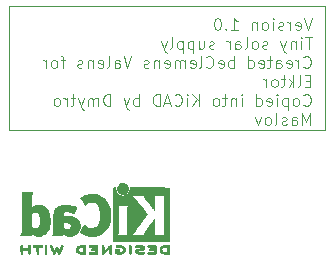
<source format=gbr>
%TF.GenerationSoftware,KiCad,Pcbnew,9.0.4*%
%TF.CreationDate,2025-10-16T10:52:12+01:00*%
%TF.ProjectId,tinySolarSupply,74696e79-536f-46c6-9172-537570706c79,rev?*%
%TF.SameCoordinates,Original*%
%TF.FileFunction,Legend,Bot*%
%TF.FilePolarity,Positive*%
%FSLAX46Y46*%
G04 Gerber Fmt 4.6, Leading zero omitted, Abs format (unit mm)*
G04 Created by KiCad (PCBNEW 9.0.4) date 2025-10-16 10:52:12*
%MOMM*%
%LPD*%
G01*
G04 APERTURE LIST*
%ADD10C,0.100000*%
%ADD11C,0.010000*%
G04 APERTURE END LIST*
D10*
X131386472Y-135244919D02*
X131053139Y-136244919D01*
X131053139Y-136244919D02*
X130719806Y-135244919D01*
X130005520Y-136197300D02*
X130100758Y-136244919D01*
X130100758Y-136244919D02*
X130291234Y-136244919D01*
X130291234Y-136244919D02*
X130386472Y-136197300D01*
X130386472Y-136197300D02*
X130434091Y-136102061D01*
X130434091Y-136102061D02*
X130434091Y-135721109D01*
X130434091Y-135721109D02*
X130386472Y-135625871D01*
X130386472Y-135625871D02*
X130291234Y-135578252D01*
X130291234Y-135578252D02*
X130100758Y-135578252D01*
X130100758Y-135578252D02*
X130005520Y-135625871D01*
X130005520Y-135625871D02*
X129957901Y-135721109D01*
X129957901Y-135721109D02*
X129957901Y-135816347D01*
X129957901Y-135816347D02*
X130434091Y-135911585D01*
X129529329Y-136244919D02*
X129529329Y-135578252D01*
X129529329Y-135768728D02*
X129481710Y-135673490D01*
X129481710Y-135673490D02*
X129434091Y-135625871D01*
X129434091Y-135625871D02*
X129338853Y-135578252D01*
X129338853Y-135578252D02*
X129243615Y-135578252D01*
X128957900Y-136197300D02*
X128862662Y-136244919D01*
X128862662Y-136244919D02*
X128672186Y-136244919D01*
X128672186Y-136244919D02*
X128576948Y-136197300D01*
X128576948Y-136197300D02*
X128529329Y-136102061D01*
X128529329Y-136102061D02*
X128529329Y-136054442D01*
X128529329Y-136054442D02*
X128576948Y-135959204D01*
X128576948Y-135959204D02*
X128672186Y-135911585D01*
X128672186Y-135911585D02*
X128815043Y-135911585D01*
X128815043Y-135911585D02*
X128910281Y-135863966D01*
X128910281Y-135863966D02*
X128957900Y-135768728D01*
X128957900Y-135768728D02*
X128957900Y-135721109D01*
X128957900Y-135721109D02*
X128910281Y-135625871D01*
X128910281Y-135625871D02*
X128815043Y-135578252D01*
X128815043Y-135578252D02*
X128672186Y-135578252D01*
X128672186Y-135578252D02*
X128576948Y-135625871D01*
X128100757Y-136244919D02*
X128100757Y-135578252D01*
X128100757Y-135244919D02*
X128148376Y-135292538D01*
X128148376Y-135292538D02*
X128100757Y-135340157D01*
X128100757Y-135340157D02*
X128053138Y-135292538D01*
X128053138Y-135292538D02*
X128100757Y-135244919D01*
X128100757Y-135244919D02*
X128100757Y-135340157D01*
X127481710Y-136244919D02*
X127576948Y-136197300D01*
X127576948Y-136197300D02*
X127624567Y-136149680D01*
X127624567Y-136149680D02*
X127672186Y-136054442D01*
X127672186Y-136054442D02*
X127672186Y-135768728D01*
X127672186Y-135768728D02*
X127624567Y-135673490D01*
X127624567Y-135673490D02*
X127576948Y-135625871D01*
X127576948Y-135625871D02*
X127481710Y-135578252D01*
X127481710Y-135578252D02*
X127338853Y-135578252D01*
X127338853Y-135578252D02*
X127243615Y-135625871D01*
X127243615Y-135625871D02*
X127195996Y-135673490D01*
X127195996Y-135673490D02*
X127148377Y-135768728D01*
X127148377Y-135768728D02*
X127148377Y-136054442D01*
X127148377Y-136054442D02*
X127195996Y-136149680D01*
X127195996Y-136149680D02*
X127243615Y-136197300D01*
X127243615Y-136197300D02*
X127338853Y-136244919D01*
X127338853Y-136244919D02*
X127481710Y-136244919D01*
X126719805Y-135578252D02*
X126719805Y-136244919D01*
X126719805Y-135673490D02*
X126672186Y-135625871D01*
X126672186Y-135625871D02*
X126576948Y-135578252D01*
X126576948Y-135578252D02*
X126434091Y-135578252D01*
X126434091Y-135578252D02*
X126338853Y-135625871D01*
X126338853Y-135625871D02*
X126291234Y-135721109D01*
X126291234Y-135721109D02*
X126291234Y-136244919D01*
X124529329Y-136244919D02*
X125100757Y-136244919D01*
X124815043Y-136244919D02*
X124815043Y-135244919D01*
X124815043Y-135244919D02*
X124910281Y-135387776D01*
X124910281Y-135387776D02*
X125005519Y-135483014D01*
X125005519Y-135483014D02*
X125100757Y-135530633D01*
X124100757Y-136149680D02*
X124053138Y-136197300D01*
X124053138Y-136197300D02*
X124100757Y-136244919D01*
X124100757Y-136244919D02*
X124148376Y-136197300D01*
X124148376Y-136197300D02*
X124100757Y-136149680D01*
X124100757Y-136149680D02*
X124100757Y-136244919D01*
X123434091Y-135244919D02*
X123338853Y-135244919D01*
X123338853Y-135244919D02*
X123243615Y-135292538D01*
X123243615Y-135292538D02*
X123195996Y-135340157D01*
X123195996Y-135340157D02*
X123148377Y-135435395D01*
X123148377Y-135435395D02*
X123100758Y-135625871D01*
X123100758Y-135625871D02*
X123100758Y-135863966D01*
X123100758Y-135863966D02*
X123148377Y-136054442D01*
X123148377Y-136054442D02*
X123195996Y-136149680D01*
X123195996Y-136149680D02*
X123243615Y-136197300D01*
X123243615Y-136197300D02*
X123338853Y-136244919D01*
X123338853Y-136244919D02*
X123434091Y-136244919D01*
X123434091Y-136244919D02*
X123529329Y-136197300D01*
X123529329Y-136197300D02*
X123576948Y-136149680D01*
X123576948Y-136149680D02*
X123624567Y-136054442D01*
X123624567Y-136054442D02*
X123672186Y-135863966D01*
X123672186Y-135863966D02*
X123672186Y-135625871D01*
X123672186Y-135625871D02*
X123624567Y-135435395D01*
X123624567Y-135435395D02*
X123576948Y-135340157D01*
X123576948Y-135340157D02*
X123529329Y-135292538D01*
X123529329Y-135292538D02*
X123434091Y-135244919D01*
X131386472Y-136854863D02*
X130815044Y-136854863D01*
X131100758Y-137854863D02*
X131100758Y-136854863D01*
X130481710Y-137854863D02*
X130481710Y-137188196D01*
X130481710Y-136854863D02*
X130529329Y-136902482D01*
X130529329Y-136902482D02*
X130481710Y-136950101D01*
X130481710Y-136950101D02*
X130434091Y-136902482D01*
X130434091Y-136902482D02*
X130481710Y-136854863D01*
X130481710Y-136854863D02*
X130481710Y-136950101D01*
X130005520Y-137188196D02*
X130005520Y-137854863D01*
X130005520Y-137283434D02*
X129957901Y-137235815D01*
X129957901Y-137235815D02*
X129862663Y-137188196D01*
X129862663Y-137188196D02*
X129719806Y-137188196D01*
X129719806Y-137188196D02*
X129624568Y-137235815D01*
X129624568Y-137235815D02*
X129576949Y-137331053D01*
X129576949Y-137331053D02*
X129576949Y-137854863D01*
X129195996Y-137188196D02*
X128957901Y-137854863D01*
X128719806Y-137188196D02*
X128957901Y-137854863D01*
X128957901Y-137854863D02*
X129053139Y-138092958D01*
X129053139Y-138092958D02*
X129100758Y-138140577D01*
X129100758Y-138140577D02*
X129195996Y-138188196D01*
X127624567Y-137807244D02*
X127529329Y-137854863D01*
X127529329Y-137854863D02*
X127338853Y-137854863D01*
X127338853Y-137854863D02*
X127243615Y-137807244D01*
X127243615Y-137807244D02*
X127195996Y-137712005D01*
X127195996Y-137712005D02*
X127195996Y-137664386D01*
X127195996Y-137664386D02*
X127243615Y-137569148D01*
X127243615Y-137569148D02*
X127338853Y-137521529D01*
X127338853Y-137521529D02*
X127481710Y-137521529D01*
X127481710Y-137521529D02*
X127576948Y-137473910D01*
X127576948Y-137473910D02*
X127624567Y-137378672D01*
X127624567Y-137378672D02*
X127624567Y-137331053D01*
X127624567Y-137331053D02*
X127576948Y-137235815D01*
X127576948Y-137235815D02*
X127481710Y-137188196D01*
X127481710Y-137188196D02*
X127338853Y-137188196D01*
X127338853Y-137188196D02*
X127243615Y-137235815D01*
X126624567Y-137854863D02*
X126719805Y-137807244D01*
X126719805Y-137807244D02*
X126767424Y-137759624D01*
X126767424Y-137759624D02*
X126815043Y-137664386D01*
X126815043Y-137664386D02*
X126815043Y-137378672D01*
X126815043Y-137378672D02*
X126767424Y-137283434D01*
X126767424Y-137283434D02*
X126719805Y-137235815D01*
X126719805Y-137235815D02*
X126624567Y-137188196D01*
X126624567Y-137188196D02*
X126481710Y-137188196D01*
X126481710Y-137188196D02*
X126386472Y-137235815D01*
X126386472Y-137235815D02*
X126338853Y-137283434D01*
X126338853Y-137283434D02*
X126291234Y-137378672D01*
X126291234Y-137378672D02*
X126291234Y-137664386D01*
X126291234Y-137664386D02*
X126338853Y-137759624D01*
X126338853Y-137759624D02*
X126386472Y-137807244D01*
X126386472Y-137807244D02*
X126481710Y-137854863D01*
X126481710Y-137854863D02*
X126624567Y-137854863D01*
X125719805Y-137854863D02*
X125815043Y-137807244D01*
X125815043Y-137807244D02*
X125862662Y-137712005D01*
X125862662Y-137712005D02*
X125862662Y-136854863D01*
X124910281Y-137854863D02*
X124910281Y-137331053D01*
X124910281Y-137331053D02*
X124957900Y-137235815D01*
X124957900Y-137235815D02*
X125053138Y-137188196D01*
X125053138Y-137188196D02*
X125243614Y-137188196D01*
X125243614Y-137188196D02*
X125338852Y-137235815D01*
X124910281Y-137807244D02*
X125005519Y-137854863D01*
X125005519Y-137854863D02*
X125243614Y-137854863D01*
X125243614Y-137854863D02*
X125338852Y-137807244D01*
X125338852Y-137807244D02*
X125386471Y-137712005D01*
X125386471Y-137712005D02*
X125386471Y-137616767D01*
X125386471Y-137616767D02*
X125338852Y-137521529D01*
X125338852Y-137521529D02*
X125243614Y-137473910D01*
X125243614Y-137473910D02*
X125005519Y-137473910D01*
X125005519Y-137473910D02*
X124910281Y-137426291D01*
X124434090Y-137854863D02*
X124434090Y-137188196D01*
X124434090Y-137378672D02*
X124386471Y-137283434D01*
X124386471Y-137283434D02*
X124338852Y-137235815D01*
X124338852Y-137235815D02*
X124243614Y-137188196D01*
X124243614Y-137188196D02*
X124148376Y-137188196D01*
X123100756Y-137807244D02*
X123005518Y-137854863D01*
X123005518Y-137854863D02*
X122815042Y-137854863D01*
X122815042Y-137854863D02*
X122719804Y-137807244D01*
X122719804Y-137807244D02*
X122672185Y-137712005D01*
X122672185Y-137712005D02*
X122672185Y-137664386D01*
X122672185Y-137664386D02*
X122719804Y-137569148D01*
X122719804Y-137569148D02*
X122815042Y-137521529D01*
X122815042Y-137521529D02*
X122957899Y-137521529D01*
X122957899Y-137521529D02*
X123053137Y-137473910D01*
X123053137Y-137473910D02*
X123100756Y-137378672D01*
X123100756Y-137378672D02*
X123100756Y-137331053D01*
X123100756Y-137331053D02*
X123053137Y-137235815D01*
X123053137Y-137235815D02*
X122957899Y-137188196D01*
X122957899Y-137188196D02*
X122815042Y-137188196D01*
X122815042Y-137188196D02*
X122719804Y-137235815D01*
X121815042Y-137188196D02*
X121815042Y-137854863D01*
X122243613Y-137188196D02*
X122243613Y-137712005D01*
X122243613Y-137712005D02*
X122195994Y-137807244D01*
X122195994Y-137807244D02*
X122100756Y-137854863D01*
X122100756Y-137854863D02*
X121957899Y-137854863D01*
X121957899Y-137854863D02*
X121862661Y-137807244D01*
X121862661Y-137807244D02*
X121815042Y-137759624D01*
X121338851Y-137188196D02*
X121338851Y-138188196D01*
X121338851Y-137235815D02*
X121243613Y-137188196D01*
X121243613Y-137188196D02*
X121053137Y-137188196D01*
X121053137Y-137188196D02*
X120957899Y-137235815D01*
X120957899Y-137235815D02*
X120910280Y-137283434D01*
X120910280Y-137283434D02*
X120862661Y-137378672D01*
X120862661Y-137378672D02*
X120862661Y-137664386D01*
X120862661Y-137664386D02*
X120910280Y-137759624D01*
X120910280Y-137759624D02*
X120957899Y-137807244D01*
X120957899Y-137807244D02*
X121053137Y-137854863D01*
X121053137Y-137854863D02*
X121243613Y-137854863D01*
X121243613Y-137854863D02*
X121338851Y-137807244D01*
X120434089Y-137188196D02*
X120434089Y-138188196D01*
X120434089Y-137235815D02*
X120338851Y-137188196D01*
X120338851Y-137188196D02*
X120148375Y-137188196D01*
X120148375Y-137188196D02*
X120053137Y-137235815D01*
X120053137Y-137235815D02*
X120005518Y-137283434D01*
X120005518Y-137283434D02*
X119957899Y-137378672D01*
X119957899Y-137378672D02*
X119957899Y-137664386D01*
X119957899Y-137664386D02*
X120005518Y-137759624D01*
X120005518Y-137759624D02*
X120053137Y-137807244D01*
X120053137Y-137807244D02*
X120148375Y-137854863D01*
X120148375Y-137854863D02*
X120338851Y-137854863D01*
X120338851Y-137854863D02*
X120434089Y-137807244D01*
X119386470Y-137854863D02*
X119481708Y-137807244D01*
X119481708Y-137807244D02*
X119529327Y-137712005D01*
X119529327Y-137712005D02*
X119529327Y-136854863D01*
X119100755Y-137188196D02*
X118862660Y-137854863D01*
X118624565Y-137188196D02*
X118862660Y-137854863D01*
X118862660Y-137854863D02*
X118957898Y-138092958D01*
X118957898Y-138092958D02*
X119005517Y-138140577D01*
X119005517Y-138140577D02*
X119100755Y-138188196D01*
X130672187Y-139369568D02*
X130719806Y-139417188D01*
X130719806Y-139417188D02*
X130862663Y-139464807D01*
X130862663Y-139464807D02*
X130957901Y-139464807D01*
X130957901Y-139464807D02*
X131100758Y-139417188D01*
X131100758Y-139417188D02*
X131195996Y-139321949D01*
X131195996Y-139321949D02*
X131243615Y-139226711D01*
X131243615Y-139226711D02*
X131291234Y-139036235D01*
X131291234Y-139036235D02*
X131291234Y-138893378D01*
X131291234Y-138893378D02*
X131243615Y-138702902D01*
X131243615Y-138702902D02*
X131195996Y-138607664D01*
X131195996Y-138607664D02*
X131100758Y-138512426D01*
X131100758Y-138512426D02*
X130957901Y-138464807D01*
X130957901Y-138464807D02*
X130862663Y-138464807D01*
X130862663Y-138464807D02*
X130719806Y-138512426D01*
X130719806Y-138512426D02*
X130672187Y-138560045D01*
X130243615Y-139464807D02*
X130243615Y-138798140D01*
X130243615Y-138988616D02*
X130195996Y-138893378D01*
X130195996Y-138893378D02*
X130148377Y-138845759D01*
X130148377Y-138845759D02*
X130053139Y-138798140D01*
X130053139Y-138798140D02*
X129957901Y-138798140D01*
X129243615Y-139417188D02*
X129338853Y-139464807D01*
X129338853Y-139464807D02*
X129529329Y-139464807D01*
X129529329Y-139464807D02*
X129624567Y-139417188D01*
X129624567Y-139417188D02*
X129672186Y-139321949D01*
X129672186Y-139321949D02*
X129672186Y-138940997D01*
X129672186Y-138940997D02*
X129624567Y-138845759D01*
X129624567Y-138845759D02*
X129529329Y-138798140D01*
X129529329Y-138798140D02*
X129338853Y-138798140D01*
X129338853Y-138798140D02*
X129243615Y-138845759D01*
X129243615Y-138845759D02*
X129195996Y-138940997D01*
X129195996Y-138940997D02*
X129195996Y-139036235D01*
X129195996Y-139036235D02*
X129672186Y-139131473D01*
X128338853Y-139464807D02*
X128338853Y-138940997D01*
X128338853Y-138940997D02*
X128386472Y-138845759D01*
X128386472Y-138845759D02*
X128481710Y-138798140D01*
X128481710Y-138798140D02*
X128672186Y-138798140D01*
X128672186Y-138798140D02*
X128767424Y-138845759D01*
X128338853Y-139417188D02*
X128434091Y-139464807D01*
X128434091Y-139464807D02*
X128672186Y-139464807D01*
X128672186Y-139464807D02*
X128767424Y-139417188D01*
X128767424Y-139417188D02*
X128815043Y-139321949D01*
X128815043Y-139321949D02*
X128815043Y-139226711D01*
X128815043Y-139226711D02*
X128767424Y-139131473D01*
X128767424Y-139131473D02*
X128672186Y-139083854D01*
X128672186Y-139083854D02*
X128434091Y-139083854D01*
X128434091Y-139083854D02*
X128338853Y-139036235D01*
X128005519Y-138798140D02*
X127624567Y-138798140D01*
X127862662Y-138464807D02*
X127862662Y-139321949D01*
X127862662Y-139321949D02*
X127815043Y-139417188D01*
X127815043Y-139417188D02*
X127719805Y-139464807D01*
X127719805Y-139464807D02*
X127624567Y-139464807D01*
X126910281Y-139417188D02*
X127005519Y-139464807D01*
X127005519Y-139464807D02*
X127195995Y-139464807D01*
X127195995Y-139464807D02*
X127291233Y-139417188D01*
X127291233Y-139417188D02*
X127338852Y-139321949D01*
X127338852Y-139321949D02*
X127338852Y-138940997D01*
X127338852Y-138940997D02*
X127291233Y-138845759D01*
X127291233Y-138845759D02*
X127195995Y-138798140D01*
X127195995Y-138798140D02*
X127005519Y-138798140D01*
X127005519Y-138798140D02*
X126910281Y-138845759D01*
X126910281Y-138845759D02*
X126862662Y-138940997D01*
X126862662Y-138940997D02*
X126862662Y-139036235D01*
X126862662Y-139036235D02*
X127338852Y-139131473D01*
X126005519Y-139464807D02*
X126005519Y-138464807D01*
X126005519Y-139417188D02*
X126100757Y-139464807D01*
X126100757Y-139464807D02*
X126291233Y-139464807D01*
X126291233Y-139464807D02*
X126386471Y-139417188D01*
X126386471Y-139417188D02*
X126434090Y-139369568D01*
X126434090Y-139369568D02*
X126481709Y-139274330D01*
X126481709Y-139274330D02*
X126481709Y-138988616D01*
X126481709Y-138988616D02*
X126434090Y-138893378D01*
X126434090Y-138893378D02*
X126386471Y-138845759D01*
X126386471Y-138845759D02*
X126291233Y-138798140D01*
X126291233Y-138798140D02*
X126100757Y-138798140D01*
X126100757Y-138798140D02*
X126005519Y-138845759D01*
X124767423Y-139464807D02*
X124767423Y-138464807D01*
X124767423Y-138845759D02*
X124672185Y-138798140D01*
X124672185Y-138798140D02*
X124481709Y-138798140D01*
X124481709Y-138798140D02*
X124386471Y-138845759D01*
X124386471Y-138845759D02*
X124338852Y-138893378D01*
X124338852Y-138893378D02*
X124291233Y-138988616D01*
X124291233Y-138988616D02*
X124291233Y-139274330D01*
X124291233Y-139274330D02*
X124338852Y-139369568D01*
X124338852Y-139369568D02*
X124386471Y-139417188D01*
X124386471Y-139417188D02*
X124481709Y-139464807D01*
X124481709Y-139464807D02*
X124672185Y-139464807D01*
X124672185Y-139464807D02*
X124767423Y-139417188D01*
X123481709Y-139417188D02*
X123576947Y-139464807D01*
X123576947Y-139464807D02*
X123767423Y-139464807D01*
X123767423Y-139464807D02*
X123862661Y-139417188D01*
X123862661Y-139417188D02*
X123910280Y-139321949D01*
X123910280Y-139321949D02*
X123910280Y-138940997D01*
X123910280Y-138940997D02*
X123862661Y-138845759D01*
X123862661Y-138845759D02*
X123767423Y-138798140D01*
X123767423Y-138798140D02*
X123576947Y-138798140D01*
X123576947Y-138798140D02*
X123481709Y-138845759D01*
X123481709Y-138845759D02*
X123434090Y-138940997D01*
X123434090Y-138940997D02*
X123434090Y-139036235D01*
X123434090Y-139036235D02*
X123910280Y-139131473D01*
X122434090Y-139369568D02*
X122481709Y-139417188D01*
X122481709Y-139417188D02*
X122624566Y-139464807D01*
X122624566Y-139464807D02*
X122719804Y-139464807D01*
X122719804Y-139464807D02*
X122862661Y-139417188D01*
X122862661Y-139417188D02*
X122957899Y-139321949D01*
X122957899Y-139321949D02*
X123005518Y-139226711D01*
X123005518Y-139226711D02*
X123053137Y-139036235D01*
X123053137Y-139036235D02*
X123053137Y-138893378D01*
X123053137Y-138893378D02*
X123005518Y-138702902D01*
X123005518Y-138702902D02*
X122957899Y-138607664D01*
X122957899Y-138607664D02*
X122862661Y-138512426D01*
X122862661Y-138512426D02*
X122719804Y-138464807D01*
X122719804Y-138464807D02*
X122624566Y-138464807D01*
X122624566Y-138464807D02*
X122481709Y-138512426D01*
X122481709Y-138512426D02*
X122434090Y-138560045D01*
X121862661Y-139464807D02*
X121957899Y-139417188D01*
X121957899Y-139417188D02*
X122005518Y-139321949D01*
X122005518Y-139321949D02*
X122005518Y-138464807D01*
X121100756Y-139417188D02*
X121195994Y-139464807D01*
X121195994Y-139464807D02*
X121386470Y-139464807D01*
X121386470Y-139464807D02*
X121481708Y-139417188D01*
X121481708Y-139417188D02*
X121529327Y-139321949D01*
X121529327Y-139321949D02*
X121529327Y-138940997D01*
X121529327Y-138940997D02*
X121481708Y-138845759D01*
X121481708Y-138845759D02*
X121386470Y-138798140D01*
X121386470Y-138798140D02*
X121195994Y-138798140D01*
X121195994Y-138798140D02*
X121100756Y-138845759D01*
X121100756Y-138845759D02*
X121053137Y-138940997D01*
X121053137Y-138940997D02*
X121053137Y-139036235D01*
X121053137Y-139036235D02*
X121529327Y-139131473D01*
X120624565Y-139464807D02*
X120624565Y-138798140D01*
X120624565Y-138893378D02*
X120576946Y-138845759D01*
X120576946Y-138845759D02*
X120481708Y-138798140D01*
X120481708Y-138798140D02*
X120338851Y-138798140D01*
X120338851Y-138798140D02*
X120243613Y-138845759D01*
X120243613Y-138845759D02*
X120195994Y-138940997D01*
X120195994Y-138940997D02*
X120195994Y-139464807D01*
X120195994Y-138940997D02*
X120148375Y-138845759D01*
X120148375Y-138845759D02*
X120053137Y-138798140D01*
X120053137Y-138798140D02*
X119910280Y-138798140D01*
X119910280Y-138798140D02*
X119815041Y-138845759D01*
X119815041Y-138845759D02*
X119767422Y-138940997D01*
X119767422Y-138940997D02*
X119767422Y-139464807D01*
X118910280Y-139417188D02*
X119005518Y-139464807D01*
X119005518Y-139464807D02*
X119195994Y-139464807D01*
X119195994Y-139464807D02*
X119291232Y-139417188D01*
X119291232Y-139417188D02*
X119338851Y-139321949D01*
X119338851Y-139321949D02*
X119338851Y-138940997D01*
X119338851Y-138940997D02*
X119291232Y-138845759D01*
X119291232Y-138845759D02*
X119195994Y-138798140D01*
X119195994Y-138798140D02*
X119005518Y-138798140D01*
X119005518Y-138798140D02*
X118910280Y-138845759D01*
X118910280Y-138845759D02*
X118862661Y-138940997D01*
X118862661Y-138940997D02*
X118862661Y-139036235D01*
X118862661Y-139036235D02*
X119338851Y-139131473D01*
X118434089Y-138798140D02*
X118434089Y-139464807D01*
X118434089Y-138893378D02*
X118386470Y-138845759D01*
X118386470Y-138845759D02*
X118291232Y-138798140D01*
X118291232Y-138798140D02*
X118148375Y-138798140D01*
X118148375Y-138798140D02*
X118053137Y-138845759D01*
X118053137Y-138845759D02*
X118005518Y-138940997D01*
X118005518Y-138940997D02*
X118005518Y-139464807D01*
X117576946Y-139417188D02*
X117481708Y-139464807D01*
X117481708Y-139464807D02*
X117291232Y-139464807D01*
X117291232Y-139464807D02*
X117195994Y-139417188D01*
X117195994Y-139417188D02*
X117148375Y-139321949D01*
X117148375Y-139321949D02*
X117148375Y-139274330D01*
X117148375Y-139274330D02*
X117195994Y-139179092D01*
X117195994Y-139179092D02*
X117291232Y-139131473D01*
X117291232Y-139131473D02*
X117434089Y-139131473D01*
X117434089Y-139131473D02*
X117529327Y-139083854D01*
X117529327Y-139083854D02*
X117576946Y-138988616D01*
X117576946Y-138988616D02*
X117576946Y-138940997D01*
X117576946Y-138940997D02*
X117529327Y-138845759D01*
X117529327Y-138845759D02*
X117434089Y-138798140D01*
X117434089Y-138798140D02*
X117291232Y-138798140D01*
X117291232Y-138798140D02*
X117195994Y-138845759D01*
X116100755Y-138464807D02*
X115767422Y-139464807D01*
X115767422Y-139464807D02*
X115434089Y-138464807D01*
X114672184Y-139464807D02*
X114672184Y-138940997D01*
X114672184Y-138940997D02*
X114719803Y-138845759D01*
X114719803Y-138845759D02*
X114815041Y-138798140D01*
X114815041Y-138798140D02*
X115005517Y-138798140D01*
X115005517Y-138798140D02*
X115100755Y-138845759D01*
X114672184Y-139417188D02*
X114767422Y-139464807D01*
X114767422Y-139464807D02*
X115005517Y-139464807D01*
X115005517Y-139464807D02*
X115100755Y-139417188D01*
X115100755Y-139417188D02*
X115148374Y-139321949D01*
X115148374Y-139321949D02*
X115148374Y-139226711D01*
X115148374Y-139226711D02*
X115100755Y-139131473D01*
X115100755Y-139131473D02*
X115005517Y-139083854D01*
X115005517Y-139083854D02*
X114767422Y-139083854D01*
X114767422Y-139083854D02*
X114672184Y-139036235D01*
X114053136Y-139464807D02*
X114148374Y-139417188D01*
X114148374Y-139417188D02*
X114195993Y-139321949D01*
X114195993Y-139321949D02*
X114195993Y-138464807D01*
X113291231Y-139417188D02*
X113386469Y-139464807D01*
X113386469Y-139464807D02*
X113576945Y-139464807D01*
X113576945Y-139464807D02*
X113672183Y-139417188D01*
X113672183Y-139417188D02*
X113719802Y-139321949D01*
X113719802Y-139321949D02*
X113719802Y-138940997D01*
X113719802Y-138940997D02*
X113672183Y-138845759D01*
X113672183Y-138845759D02*
X113576945Y-138798140D01*
X113576945Y-138798140D02*
X113386469Y-138798140D01*
X113386469Y-138798140D02*
X113291231Y-138845759D01*
X113291231Y-138845759D02*
X113243612Y-138940997D01*
X113243612Y-138940997D02*
X113243612Y-139036235D01*
X113243612Y-139036235D02*
X113719802Y-139131473D01*
X112815040Y-138798140D02*
X112815040Y-139464807D01*
X112815040Y-138893378D02*
X112767421Y-138845759D01*
X112767421Y-138845759D02*
X112672183Y-138798140D01*
X112672183Y-138798140D02*
X112529326Y-138798140D01*
X112529326Y-138798140D02*
X112434088Y-138845759D01*
X112434088Y-138845759D02*
X112386469Y-138940997D01*
X112386469Y-138940997D02*
X112386469Y-139464807D01*
X111957897Y-139417188D02*
X111862659Y-139464807D01*
X111862659Y-139464807D02*
X111672183Y-139464807D01*
X111672183Y-139464807D02*
X111576945Y-139417188D01*
X111576945Y-139417188D02*
X111529326Y-139321949D01*
X111529326Y-139321949D02*
X111529326Y-139274330D01*
X111529326Y-139274330D02*
X111576945Y-139179092D01*
X111576945Y-139179092D02*
X111672183Y-139131473D01*
X111672183Y-139131473D02*
X111815040Y-139131473D01*
X111815040Y-139131473D02*
X111910278Y-139083854D01*
X111910278Y-139083854D02*
X111957897Y-138988616D01*
X111957897Y-138988616D02*
X111957897Y-138940997D01*
X111957897Y-138940997D02*
X111910278Y-138845759D01*
X111910278Y-138845759D02*
X111815040Y-138798140D01*
X111815040Y-138798140D02*
X111672183Y-138798140D01*
X111672183Y-138798140D02*
X111576945Y-138845759D01*
X110481706Y-138798140D02*
X110100754Y-138798140D01*
X110338849Y-139464807D02*
X110338849Y-138607664D01*
X110338849Y-138607664D02*
X110291230Y-138512426D01*
X110291230Y-138512426D02*
X110195992Y-138464807D01*
X110195992Y-138464807D02*
X110100754Y-138464807D01*
X109624563Y-139464807D02*
X109719801Y-139417188D01*
X109719801Y-139417188D02*
X109767420Y-139369568D01*
X109767420Y-139369568D02*
X109815039Y-139274330D01*
X109815039Y-139274330D02*
X109815039Y-138988616D01*
X109815039Y-138988616D02*
X109767420Y-138893378D01*
X109767420Y-138893378D02*
X109719801Y-138845759D01*
X109719801Y-138845759D02*
X109624563Y-138798140D01*
X109624563Y-138798140D02*
X109481706Y-138798140D01*
X109481706Y-138798140D02*
X109386468Y-138845759D01*
X109386468Y-138845759D02*
X109338849Y-138893378D01*
X109338849Y-138893378D02*
X109291230Y-138988616D01*
X109291230Y-138988616D02*
X109291230Y-139274330D01*
X109291230Y-139274330D02*
X109338849Y-139369568D01*
X109338849Y-139369568D02*
X109386468Y-139417188D01*
X109386468Y-139417188D02*
X109481706Y-139464807D01*
X109481706Y-139464807D02*
X109624563Y-139464807D01*
X108862658Y-139464807D02*
X108862658Y-138798140D01*
X108862658Y-138988616D02*
X108815039Y-138893378D01*
X108815039Y-138893378D02*
X108767420Y-138845759D01*
X108767420Y-138845759D02*
X108672182Y-138798140D01*
X108672182Y-138798140D02*
X108576944Y-138798140D01*
X131243615Y-140550941D02*
X130910282Y-140550941D01*
X130767425Y-141074751D02*
X131243615Y-141074751D01*
X131243615Y-141074751D02*
X131243615Y-140074751D01*
X131243615Y-140074751D02*
X130767425Y-140074751D01*
X130195996Y-141074751D02*
X130291234Y-141027132D01*
X130291234Y-141027132D02*
X130338853Y-140931893D01*
X130338853Y-140931893D02*
X130338853Y-140074751D01*
X129815043Y-141074751D02*
X129815043Y-140074751D01*
X129719805Y-140693798D02*
X129434091Y-141074751D01*
X129434091Y-140408084D02*
X129815043Y-140789036D01*
X129148376Y-140408084D02*
X128767424Y-140408084D01*
X129005519Y-140074751D02*
X129005519Y-140931893D01*
X129005519Y-140931893D02*
X128957900Y-141027132D01*
X128957900Y-141027132D02*
X128862662Y-141074751D01*
X128862662Y-141074751D02*
X128767424Y-141074751D01*
X128291233Y-141074751D02*
X128386471Y-141027132D01*
X128386471Y-141027132D02*
X128434090Y-140979512D01*
X128434090Y-140979512D02*
X128481709Y-140884274D01*
X128481709Y-140884274D02*
X128481709Y-140598560D01*
X128481709Y-140598560D02*
X128434090Y-140503322D01*
X128434090Y-140503322D02*
X128386471Y-140455703D01*
X128386471Y-140455703D02*
X128291233Y-140408084D01*
X128291233Y-140408084D02*
X128148376Y-140408084D01*
X128148376Y-140408084D02*
X128053138Y-140455703D01*
X128053138Y-140455703D02*
X128005519Y-140503322D01*
X128005519Y-140503322D02*
X127957900Y-140598560D01*
X127957900Y-140598560D02*
X127957900Y-140884274D01*
X127957900Y-140884274D02*
X128005519Y-140979512D01*
X128005519Y-140979512D02*
X128053138Y-141027132D01*
X128053138Y-141027132D02*
X128148376Y-141074751D01*
X128148376Y-141074751D02*
X128291233Y-141074751D01*
X127529328Y-141074751D02*
X127529328Y-140408084D01*
X127529328Y-140598560D02*
X127481709Y-140503322D01*
X127481709Y-140503322D02*
X127434090Y-140455703D01*
X127434090Y-140455703D02*
X127338852Y-140408084D01*
X127338852Y-140408084D02*
X127243614Y-140408084D01*
X130672187Y-142589456D02*
X130719806Y-142637076D01*
X130719806Y-142637076D02*
X130862663Y-142684695D01*
X130862663Y-142684695D02*
X130957901Y-142684695D01*
X130957901Y-142684695D02*
X131100758Y-142637076D01*
X131100758Y-142637076D02*
X131195996Y-142541837D01*
X131195996Y-142541837D02*
X131243615Y-142446599D01*
X131243615Y-142446599D02*
X131291234Y-142256123D01*
X131291234Y-142256123D02*
X131291234Y-142113266D01*
X131291234Y-142113266D02*
X131243615Y-141922790D01*
X131243615Y-141922790D02*
X131195996Y-141827552D01*
X131195996Y-141827552D02*
X131100758Y-141732314D01*
X131100758Y-141732314D02*
X130957901Y-141684695D01*
X130957901Y-141684695D02*
X130862663Y-141684695D01*
X130862663Y-141684695D02*
X130719806Y-141732314D01*
X130719806Y-141732314D02*
X130672187Y-141779933D01*
X130100758Y-142684695D02*
X130195996Y-142637076D01*
X130195996Y-142637076D02*
X130243615Y-142589456D01*
X130243615Y-142589456D02*
X130291234Y-142494218D01*
X130291234Y-142494218D02*
X130291234Y-142208504D01*
X130291234Y-142208504D02*
X130243615Y-142113266D01*
X130243615Y-142113266D02*
X130195996Y-142065647D01*
X130195996Y-142065647D02*
X130100758Y-142018028D01*
X130100758Y-142018028D02*
X129957901Y-142018028D01*
X129957901Y-142018028D02*
X129862663Y-142065647D01*
X129862663Y-142065647D02*
X129815044Y-142113266D01*
X129815044Y-142113266D02*
X129767425Y-142208504D01*
X129767425Y-142208504D02*
X129767425Y-142494218D01*
X129767425Y-142494218D02*
X129815044Y-142589456D01*
X129815044Y-142589456D02*
X129862663Y-142637076D01*
X129862663Y-142637076D02*
X129957901Y-142684695D01*
X129957901Y-142684695D02*
X130100758Y-142684695D01*
X129338853Y-142018028D02*
X129338853Y-143018028D01*
X129338853Y-142065647D02*
X129243615Y-142018028D01*
X129243615Y-142018028D02*
X129053139Y-142018028D01*
X129053139Y-142018028D02*
X128957901Y-142065647D01*
X128957901Y-142065647D02*
X128910282Y-142113266D01*
X128910282Y-142113266D02*
X128862663Y-142208504D01*
X128862663Y-142208504D02*
X128862663Y-142494218D01*
X128862663Y-142494218D02*
X128910282Y-142589456D01*
X128910282Y-142589456D02*
X128957901Y-142637076D01*
X128957901Y-142637076D02*
X129053139Y-142684695D01*
X129053139Y-142684695D02*
X129243615Y-142684695D01*
X129243615Y-142684695D02*
X129338853Y-142637076D01*
X128434091Y-142684695D02*
X128434091Y-142018028D01*
X128434091Y-141684695D02*
X128481710Y-141732314D01*
X128481710Y-141732314D02*
X128434091Y-141779933D01*
X128434091Y-141779933D02*
X128386472Y-141732314D01*
X128386472Y-141732314D02*
X128434091Y-141684695D01*
X128434091Y-141684695D02*
X128434091Y-141779933D01*
X127576949Y-142637076D02*
X127672187Y-142684695D01*
X127672187Y-142684695D02*
X127862663Y-142684695D01*
X127862663Y-142684695D02*
X127957901Y-142637076D01*
X127957901Y-142637076D02*
X128005520Y-142541837D01*
X128005520Y-142541837D02*
X128005520Y-142160885D01*
X128005520Y-142160885D02*
X127957901Y-142065647D01*
X127957901Y-142065647D02*
X127862663Y-142018028D01*
X127862663Y-142018028D02*
X127672187Y-142018028D01*
X127672187Y-142018028D02*
X127576949Y-142065647D01*
X127576949Y-142065647D02*
X127529330Y-142160885D01*
X127529330Y-142160885D02*
X127529330Y-142256123D01*
X127529330Y-142256123D02*
X128005520Y-142351361D01*
X126672187Y-142684695D02*
X126672187Y-141684695D01*
X126672187Y-142637076D02*
X126767425Y-142684695D01*
X126767425Y-142684695D02*
X126957901Y-142684695D01*
X126957901Y-142684695D02*
X127053139Y-142637076D01*
X127053139Y-142637076D02*
X127100758Y-142589456D01*
X127100758Y-142589456D02*
X127148377Y-142494218D01*
X127148377Y-142494218D02*
X127148377Y-142208504D01*
X127148377Y-142208504D02*
X127100758Y-142113266D01*
X127100758Y-142113266D02*
X127053139Y-142065647D01*
X127053139Y-142065647D02*
X126957901Y-142018028D01*
X126957901Y-142018028D02*
X126767425Y-142018028D01*
X126767425Y-142018028D02*
X126672187Y-142065647D01*
X125434091Y-142684695D02*
X125434091Y-142018028D01*
X125434091Y-141684695D02*
X125481710Y-141732314D01*
X125481710Y-141732314D02*
X125434091Y-141779933D01*
X125434091Y-141779933D02*
X125386472Y-141732314D01*
X125386472Y-141732314D02*
X125434091Y-141684695D01*
X125434091Y-141684695D02*
X125434091Y-141779933D01*
X124957901Y-142018028D02*
X124957901Y-142684695D01*
X124957901Y-142113266D02*
X124910282Y-142065647D01*
X124910282Y-142065647D02*
X124815044Y-142018028D01*
X124815044Y-142018028D02*
X124672187Y-142018028D01*
X124672187Y-142018028D02*
X124576949Y-142065647D01*
X124576949Y-142065647D02*
X124529330Y-142160885D01*
X124529330Y-142160885D02*
X124529330Y-142684695D01*
X124195996Y-142018028D02*
X123815044Y-142018028D01*
X124053139Y-141684695D02*
X124053139Y-142541837D01*
X124053139Y-142541837D02*
X124005520Y-142637076D01*
X124005520Y-142637076D02*
X123910282Y-142684695D01*
X123910282Y-142684695D02*
X123815044Y-142684695D01*
X123338853Y-142684695D02*
X123434091Y-142637076D01*
X123434091Y-142637076D02*
X123481710Y-142589456D01*
X123481710Y-142589456D02*
X123529329Y-142494218D01*
X123529329Y-142494218D02*
X123529329Y-142208504D01*
X123529329Y-142208504D02*
X123481710Y-142113266D01*
X123481710Y-142113266D02*
X123434091Y-142065647D01*
X123434091Y-142065647D02*
X123338853Y-142018028D01*
X123338853Y-142018028D02*
X123195996Y-142018028D01*
X123195996Y-142018028D02*
X123100758Y-142065647D01*
X123100758Y-142065647D02*
X123053139Y-142113266D01*
X123053139Y-142113266D02*
X123005520Y-142208504D01*
X123005520Y-142208504D02*
X123005520Y-142494218D01*
X123005520Y-142494218D02*
X123053139Y-142589456D01*
X123053139Y-142589456D02*
X123100758Y-142637076D01*
X123100758Y-142637076D02*
X123195996Y-142684695D01*
X123195996Y-142684695D02*
X123338853Y-142684695D01*
X121815043Y-142684695D02*
X121815043Y-141684695D01*
X121243615Y-142684695D02*
X121672186Y-142113266D01*
X121243615Y-141684695D02*
X121815043Y-142256123D01*
X120815043Y-142684695D02*
X120815043Y-142018028D01*
X120815043Y-141684695D02*
X120862662Y-141732314D01*
X120862662Y-141732314D02*
X120815043Y-141779933D01*
X120815043Y-141779933D02*
X120767424Y-141732314D01*
X120767424Y-141732314D02*
X120815043Y-141684695D01*
X120815043Y-141684695D02*
X120815043Y-141779933D01*
X119767425Y-142589456D02*
X119815044Y-142637076D01*
X119815044Y-142637076D02*
X119957901Y-142684695D01*
X119957901Y-142684695D02*
X120053139Y-142684695D01*
X120053139Y-142684695D02*
X120195996Y-142637076D01*
X120195996Y-142637076D02*
X120291234Y-142541837D01*
X120291234Y-142541837D02*
X120338853Y-142446599D01*
X120338853Y-142446599D02*
X120386472Y-142256123D01*
X120386472Y-142256123D02*
X120386472Y-142113266D01*
X120386472Y-142113266D02*
X120338853Y-141922790D01*
X120338853Y-141922790D02*
X120291234Y-141827552D01*
X120291234Y-141827552D02*
X120195996Y-141732314D01*
X120195996Y-141732314D02*
X120053139Y-141684695D01*
X120053139Y-141684695D02*
X119957901Y-141684695D01*
X119957901Y-141684695D02*
X119815044Y-141732314D01*
X119815044Y-141732314D02*
X119767425Y-141779933D01*
X119386472Y-142398980D02*
X118910282Y-142398980D01*
X119481710Y-142684695D02*
X119148377Y-141684695D01*
X119148377Y-141684695D02*
X118815044Y-142684695D01*
X118481710Y-142684695D02*
X118481710Y-141684695D01*
X118481710Y-141684695D02*
X118243615Y-141684695D01*
X118243615Y-141684695D02*
X118100758Y-141732314D01*
X118100758Y-141732314D02*
X118005520Y-141827552D01*
X118005520Y-141827552D02*
X117957901Y-141922790D01*
X117957901Y-141922790D02*
X117910282Y-142113266D01*
X117910282Y-142113266D02*
X117910282Y-142256123D01*
X117910282Y-142256123D02*
X117957901Y-142446599D01*
X117957901Y-142446599D02*
X118005520Y-142541837D01*
X118005520Y-142541837D02*
X118100758Y-142637076D01*
X118100758Y-142637076D02*
X118243615Y-142684695D01*
X118243615Y-142684695D02*
X118481710Y-142684695D01*
X116719805Y-142684695D02*
X116719805Y-141684695D01*
X116719805Y-142065647D02*
X116624567Y-142018028D01*
X116624567Y-142018028D02*
X116434091Y-142018028D01*
X116434091Y-142018028D02*
X116338853Y-142065647D01*
X116338853Y-142065647D02*
X116291234Y-142113266D01*
X116291234Y-142113266D02*
X116243615Y-142208504D01*
X116243615Y-142208504D02*
X116243615Y-142494218D01*
X116243615Y-142494218D02*
X116291234Y-142589456D01*
X116291234Y-142589456D02*
X116338853Y-142637076D01*
X116338853Y-142637076D02*
X116434091Y-142684695D01*
X116434091Y-142684695D02*
X116624567Y-142684695D01*
X116624567Y-142684695D02*
X116719805Y-142637076D01*
X115910281Y-142018028D02*
X115672186Y-142684695D01*
X115434091Y-142018028D02*
X115672186Y-142684695D01*
X115672186Y-142684695D02*
X115767424Y-142922790D01*
X115767424Y-142922790D02*
X115815043Y-142970409D01*
X115815043Y-142970409D02*
X115910281Y-143018028D01*
X114291233Y-142684695D02*
X114291233Y-141684695D01*
X114291233Y-141684695D02*
X114053138Y-141684695D01*
X114053138Y-141684695D02*
X113910281Y-141732314D01*
X113910281Y-141732314D02*
X113815043Y-141827552D01*
X113815043Y-141827552D02*
X113767424Y-141922790D01*
X113767424Y-141922790D02*
X113719805Y-142113266D01*
X113719805Y-142113266D02*
X113719805Y-142256123D01*
X113719805Y-142256123D02*
X113767424Y-142446599D01*
X113767424Y-142446599D02*
X113815043Y-142541837D01*
X113815043Y-142541837D02*
X113910281Y-142637076D01*
X113910281Y-142637076D02*
X114053138Y-142684695D01*
X114053138Y-142684695D02*
X114291233Y-142684695D01*
X113291233Y-142684695D02*
X113291233Y-142018028D01*
X113291233Y-142113266D02*
X113243614Y-142065647D01*
X113243614Y-142065647D02*
X113148376Y-142018028D01*
X113148376Y-142018028D02*
X113005519Y-142018028D01*
X113005519Y-142018028D02*
X112910281Y-142065647D01*
X112910281Y-142065647D02*
X112862662Y-142160885D01*
X112862662Y-142160885D02*
X112862662Y-142684695D01*
X112862662Y-142160885D02*
X112815043Y-142065647D01*
X112815043Y-142065647D02*
X112719805Y-142018028D01*
X112719805Y-142018028D02*
X112576948Y-142018028D01*
X112576948Y-142018028D02*
X112481709Y-142065647D01*
X112481709Y-142065647D02*
X112434090Y-142160885D01*
X112434090Y-142160885D02*
X112434090Y-142684695D01*
X112053138Y-142018028D02*
X111815043Y-142684695D01*
X111576948Y-142018028D02*
X111815043Y-142684695D01*
X111815043Y-142684695D02*
X111910281Y-142922790D01*
X111910281Y-142922790D02*
X111957900Y-142970409D01*
X111957900Y-142970409D02*
X112053138Y-143018028D01*
X111338852Y-142018028D02*
X110957900Y-142018028D01*
X111195995Y-141684695D02*
X111195995Y-142541837D01*
X111195995Y-142541837D02*
X111148376Y-142637076D01*
X111148376Y-142637076D02*
X111053138Y-142684695D01*
X111053138Y-142684695D02*
X110957900Y-142684695D01*
X110624566Y-142684695D02*
X110624566Y-142018028D01*
X110624566Y-142208504D02*
X110576947Y-142113266D01*
X110576947Y-142113266D02*
X110529328Y-142065647D01*
X110529328Y-142065647D02*
X110434090Y-142018028D01*
X110434090Y-142018028D02*
X110338852Y-142018028D01*
X109862661Y-142684695D02*
X109957899Y-142637076D01*
X109957899Y-142637076D02*
X110005518Y-142589456D01*
X110005518Y-142589456D02*
X110053137Y-142494218D01*
X110053137Y-142494218D02*
X110053137Y-142208504D01*
X110053137Y-142208504D02*
X110005518Y-142113266D01*
X110005518Y-142113266D02*
X109957899Y-142065647D01*
X109957899Y-142065647D02*
X109862661Y-142018028D01*
X109862661Y-142018028D02*
X109719804Y-142018028D01*
X109719804Y-142018028D02*
X109624566Y-142065647D01*
X109624566Y-142065647D02*
X109576947Y-142113266D01*
X109576947Y-142113266D02*
X109529328Y-142208504D01*
X109529328Y-142208504D02*
X109529328Y-142494218D01*
X109529328Y-142494218D02*
X109576947Y-142589456D01*
X109576947Y-142589456D02*
X109624566Y-142637076D01*
X109624566Y-142637076D02*
X109719804Y-142684695D01*
X109719804Y-142684695D02*
X109862661Y-142684695D01*
X131243615Y-144294639D02*
X131243615Y-143294639D01*
X131243615Y-143294639D02*
X130910282Y-144008924D01*
X130910282Y-144008924D02*
X130576949Y-143294639D01*
X130576949Y-143294639D02*
X130576949Y-144294639D01*
X129672187Y-144294639D02*
X129672187Y-143770829D01*
X129672187Y-143770829D02*
X129719806Y-143675591D01*
X129719806Y-143675591D02*
X129815044Y-143627972D01*
X129815044Y-143627972D02*
X130005520Y-143627972D01*
X130005520Y-143627972D02*
X130100758Y-143675591D01*
X129672187Y-144247020D02*
X129767425Y-144294639D01*
X129767425Y-144294639D02*
X130005520Y-144294639D01*
X130005520Y-144294639D02*
X130100758Y-144247020D01*
X130100758Y-144247020D02*
X130148377Y-144151781D01*
X130148377Y-144151781D02*
X130148377Y-144056543D01*
X130148377Y-144056543D02*
X130100758Y-143961305D01*
X130100758Y-143961305D02*
X130005520Y-143913686D01*
X130005520Y-143913686D02*
X129767425Y-143913686D01*
X129767425Y-143913686D02*
X129672187Y-143866067D01*
X129243615Y-144247020D02*
X129148377Y-144294639D01*
X129148377Y-144294639D02*
X128957901Y-144294639D01*
X128957901Y-144294639D02*
X128862663Y-144247020D01*
X128862663Y-144247020D02*
X128815044Y-144151781D01*
X128815044Y-144151781D02*
X128815044Y-144104162D01*
X128815044Y-144104162D02*
X128862663Y-144008924D01*
X128862663Y-144008924D02*
X128957901Y-143961305D01*
X128957901Y-143961305D02*
X129100758Y-143961305D01*
X129100758Y-143961305D02*
X129195996Y-143913686D01*
X129195996Y-143913686D02*
X129243615Y-143818448D01*
X129243615Y-143818448D02*
X129243615Y-143770829D01*
X129243615Y-143770829D02*
X129195996Y-143675591D01*
X129195996Y-143675591D02*
X129100758Y-143627972D01*
X129100758Y-143627972D02*
X128957901Y-143627972D01*
X128957901Y-143627972D02*
X128862663Y-143675591D01*
X128243615Y-144294639D02*
X128338853Y-144247020D01*
X128338853Y-144247020D02*
X128386472Y-144151781D01*
X128386472Y-144151781D02*
X128386472Y-143294639D01*
X127719805Y-144294639D02*
X127815043Y-144247020D01*
X127815043Y-144247020D02*
X127862662Y-144199400D01*
X127862662Y-144199400D02*
X127910281Y-144104162D01*
X127910281Y-144104162D02*
X127910281Y-143818448D01*
X127910281Y-143818448D02*
X127862662Y-143723210D01*
X127862662Y-143723210D02*
X127815043Y-143675591D01*
X127815043Y-143675591D02*
X127719805Y-143627972D01*
X127719805Y-143627972D02*
X127576948Y-143627972D01*
X127576948Y-143627972D02*
X127481710Y-143675591D01*
X127481710Y-143675591D02*
X127434091Y-143723210D01*
X127434091Y-143723210D02*
X127386472Y-143818448D01*
X127386472Y-143818448D02*
X127386472Y-144104162D01*
X127386472Y-144104162D02*
X127434091Y-144199400D01*
X127434091Y-144199400D02*
X127481710Y-144247020D01*
X127481710Y-144247020D02*
X127576948Y-144294639D01*
X127576948Y-144294639D02*
X127719805Y-144294639D01*
X127053138Y-143627972D02*
X126815043Y-144294639D01*
X126815043Y-144294639D02*
X126576948Y-143627972D01*
X105700000Y-134250000D02*
X132500000Y-134250000D01*
X132500000Y-144750000D01*
X105700000Y-144750000D01*
X105700000Y-134250000D01*
D11*
%TO.C,REF\u002A\u002A*%
X108855406Y-154474949D02*
X108881127Y-154490647D01*
X108907778Y-154512227D01*
X108907778Y-155159684D01*
X108881127Y-155181264D01*
X108849767Y-155198739D01*
X108813966Y-155199575D01*
X108782528Y-155179082D01*
X108778652Y-155174416D01*
X108773186Y-155164949D01*
X108768979Y-155151267D01*
X108765867Y-155130748D01*
X108763687Y-155100768D01*
X108762276Y-155058704D01*
X108761471Y-155001932D01*
X108761107Y-154927830D01*
X108761022Y-154833773D01*
X108761022Y-154512227D01*
X108787673Y-154490647D01*
X108811386Y-154475877D01*
X108834400Y-154469067D01*
X108855406Y-154474949D01*
G36*
X108855406Y-154474949D02*
G01*
X108881127Y-154490647D01*
X108907778Y-154512227D01*
X108907778Y-155159684D01*
X108881127Y-155181264D01*
X108849767Y-155198739D01*
X108813966Y-155199575D01*
X108782528Y-155179082D01*
X108778652Y-155174416D01*
X108773186Y-155164949D01*
X108768979Y-155151267D01*
X108765867Y-155130748D01*
X108763687Y-155100768D01*
X108762276Y-155058704D01*
X108761471Y-155001932D01*
X108761107Y-154927830D01*
X108761022Y-154833773D01*
X108761022Y-154512227D01*
X108787673Y-154490647D01*
X108811386Y-154475877D01*
X108834400Y-154469067D01*
X108855406Y-154474949D01*
G37*
X115986137Y-154473463D02*
X116020291Y-154496776D01*
X116048000Y-154524485D01*
X116048000Y-154837537D01*
X116047959Y-154921567D01*
X116047701Y-154995789D01*
X116047030Y-155052541D01*
X116045752Y-155094512D01*
X116043673Y-155124389D01*
X116040599Y-155144861D01*
X116036334Y-155158614D01*
X116030684Y-155168337D01*
X116023455Y-155176717D01*
X115991991Y-155198181D01*
X115956826Y-155199947D01*
X115923822Y-155180267D01*
X115918516Y-155174398D01*
X115913066Y-155165314D01*
X115908900Y-155151973D01*
X115905846Y-155131757D01*
X115903732Y-155102049D01*
X115902386Y-155060232D01*
X115901638Y-155003689D01*
X115901314Y-154929802D01*
X115901245Y-154835956D01*
X115901284Y-154760294D01*
X115901539Y-154682385D01*
X115902183Y-154622375D01*
X115903387Y-154577648D01*
X115905324Y-154545585D01*
X115908164Y-154523571D01*
X115912079Y-154508987D01*
X115917242Y-154499218D01*
X115923822Y-154491645D01*
X115953006Y-154472623D01*
X115986137Y-154473463D01*
G36*
X115986137Y-154473463D02*
G01*
X116020291Y-154496776D01*
X116048000Y-154524485D01*
X116048000Y-154837537D01*
X116047959Y-154921567D01*
X116047701Y-154995789D01*
X116047030Y-155052541D01*
X116045752Y-155094512D01*
X116043673Y-155124389D01*
X116040599Y-155144861D01*
X116036334Y-155158614D01*
X116030684Y-155168337D01*
X116023455Y-155176717D01*
X115991991Y-155198181D01*
X115956826Y-155199947D01*
X115923822Y-155180267D01*
X115918516Y-155174398D01*
X115913066Y-155165314D01*
X115908900Y-155151973D01*
X115905846Y-155131757D01*
X115903732Y-155102049D01*
X115902386Y-155060232D01*
X115901638Y-155003689D01*
X115901314Y-154929802D01*
X115901245Y-154835956D01*
X115901284Y-154760294D01*
X115901539Y-154682385D01*
X115902183Y-154622375D01*
X115903387Y-154577648D01*
X115905324Y-154545585D01*
X115908164Y-154523571D01*
X115912079Y-154508987D01*
X115917242Y-154499218D01*
X115923822Y-154491645D01*
X115953006Y-154472623D01*
X115986137Y-154473463D01*
G37*
X115454562Y-149232850D02*
X115537313Y-149260053D01*
X115612406Y-149305484D01*
X115684298Y-149371302D01*
X115722846Y-149415567D01*
X115762256Y-149473961D01*
X115787446Y-149534586D01*
X115800861Y-149603865D01*
X115804948Y-149688222D01*
X115804669Y-149734307D01*
X115802460Y-149775450D01*
X115796894Y-149807582D01*
X115786586Y-149838122D01*
X115770148Y-149874489D01*
X115756200Y-149901728D01*
X115697665Y-149987429D01*
X115625619Y-150056617D01*
X115541947Y-150107741D01*
X115448531Y-150139250D01*
X115415434Y-150146225D01*
X115374960Y-150153094D01*
X115341999Y-150154919D01*
X115307698Y-150151947D01*
X115263200Y-150144426D01*
X115211934Y-150132002D01*
X115121434Y-150094112D01*
X115042345Y-150039836D01*
X114976528Y-149971770D01*
X114925840Y-149892511D01*
X114892140Y-149804654D01*
X114877286Y-149710795D01*
X114883136Y-149613530D01*
X114909399Y-149517220D01*
X114954418Y-149428494D01*
X115015373Y-149353419D01*
X115090184Y-149293641D01*
X115176768Y-149250809D01*
X115273043Y-149226571D01*
X115376928Y-149222576D01*
X115454562Y-149232850D01*
G36*
X115454562Y-149232850D02*
G01*
X115537313Y-149260053D01*
X115612406Y-149305484D01*
X115684298Y-149371302D01*
X115722846Y-149415567D01*
X115762256Y-149473961D01*
X115787446Y-149534586D01*
X115800861Y-149603865D01*
X115804948Y-149688222D01*
X115804669Y-149734307D01*
X115802460Y-149775450D01*
X115796894Y-149807582D01*
X115786586Y-149838122D01*
X115770148Y-149874489D01*
X115756200Y-149901728D01*
X115697665Y-149987429D01*
X115625619Y-150056617D01*
X115541947Y-150107741D01*
X115448531Y-150139250D01*
X115415434Y-150146225D01*
X115374960Y-150153094D01*
X115341999Y-150154919D01*
X115307698Y-150151947D01*
X115263200Y-150144426D01*
X115211934Y-150132002D01*
X115121434Y-150094112D01*
X115042345Y-150039836D01*
X114976528Y-149971770D01*
X114925840Y-149892511D01*
X114892140Y-149804654D01*
X114877286Y-149710795D01*
X114883136Y-149613530D01*
X114909399Y-149517220D01*
X114954418Y-149428494D01*
X115015373Y-149353419D01*
X115090184Y-149293641D01*
X115176768Y-149250809D01*
X115273043Y-149226571D01*
X115376928Y-149222576D01*
X115454562Y-149232850D01*
G37*
X108155767Y-154469068D02*
X108249890Y-154469158D01*
X108324405Y-154469498D01*
X108381811Y-154470239D01*
X108424611Y-154471535D01*
X108455304Y-154473537D01*
X108476391Y-154476396D01*
X108490373Y-154480266D01*
X108499750Y-154485298D01*
X108507022Y-154491645D01*
X108525828Y-154524362D01*
X108527275Y-154561939D01*
X108510917Y-154595178D01*
X108509557Y-154596631D01*
X108498354Y-154604992D01*
X108481252Y-154610547D01*
X108454082Y-154613840D01*
X108412678Y-154615418D01*
X108352873Y-154615822D01*
X108213511Y-154615822D01*
X108213511Y-154879589D01*
X108213436Y-154955417D01*
X108213028Y-155022083D01*
X108212046Y-155071867D01*
X108210250Y-155107784D01*
X108207399Y-155132850D01*
X108203253Y-155150081D01*
X108197571Y-155162492D01*
X108190114Y-155173100D01*
X108187824Y-155175906D01*
X108156646Y-155198548D01*
X108122266Y-155200112D01*
X108089334Y-155180267D01*
X108082355Y-155172191D01*
X108076883Y-155161593D01*
X108072863Y-155145749D01*
X108070072Y-155121773D01*
X108068288Y-155086774D01*
X108067289Y-155037864D01*
X108066852Y-154972154D01*
X108066756Y-154886756D01*
X108066756Y-154615822D01*
X107920820Y-154615822D01*
X107909720Y-154615821D01*
X107853202Y-154615596D01*
X107814358Y-154614457D01*
X107788965Y-154611657D01*
X107772804Y-154606450D01*
X107761652Y-154598089D01*
X107751289Y-154585826D01*
X107735441Y-154555138D01*
X107738543Y-154521358D01*
X107764187Y-154488822D01*
X107769129Y-154485105D01*
X107779338Y-154480269D01*
X107794764Y-154476506D01*
X107817886Y-154473683D01*
X107851183Y-154471670D01*
X107897137Y-154470333D01*
X107958228Y-154469542D01*
X108036935Y-154469163D01*
X108135740Y-154469067D01*
X108155767Y-154469068D01*
G36*
X108155767Y-154469068D02*
G01*
X108249890Y-154469158D01*
X108324405Y-154469498D01*
X108381811Y-154470239D01*
X108424611Y-154471535D01*
X108455304Y-154473537D01*
X108476391Y-154476396D01*
X108490373Y-154480266D01*
X108499750Y-154485298D01*
X108507022Y-154491645D01*
X108525828Y-154524362D01*
X108527275Y-154561939D01*
X108510917Y-154595178D01*
X108509557Y-154596631D01*
X108498354Y-154604992D01*
X108481252Y-154610547D01*
X108454082Y-154613840D01*
X108412678Y-154615418D01*
X108352873Y-154615822D01*
X108213511Y-154615822D01*
X108213511Y-154879589D01*
X108213436Y-154955417D01*
X108213028Y-155022083D01*
X108212046Y-155071867D01*
X108210250Y-155107784D01*
X108207399Y-155132850D01*
X108203253Y-155150081D01*
X108197571Y-155162492D01*
X108190114Y-155173100D01*
X108187824Y-155175906D01*
X108156646Y-155198548D01*
X108122266Y-155200112D01*
X108089334Y-155180267D01*
X108082355Y-155172191D01*
X108076883Y-155161593D01*
X108072863Y-155145749D01*
X108070072Y-155121773D01*
X108068288Y-155086774D01*
X108067289Y-155037864D01*
X108066852Y-154972154D01*
X108066756Y-154886756D01*
X108066756Y-154615822D01*
X107920820Y-154615822D01*
X107909720Y-154615821D01*
X107853202Y-154615596D01*
X107814358Y-154614457D01*
X107788965Y-154611657D01*
X107772804Y-154606450D01*
X107761652Y-154598089D01*
X107751289Y-154585826D01*
X107735441Y-154555138D01*
X107738543Y-154521358D01*
X107764187Y-154488822D01*
X107769129Y-154485105D01*
X107779338Y-154480269D01*
X107794764Y-154476506D01*
X107817886Y-154473683D01*
X107851183Y-154471670D01*
X107897137Y-154470333D01*
X107958228Y-154469542D01*
X108036935Y-154469163D01*
X108135740Y-154469067D01*
X108155767Y-154469068D01*
G37*
X107479734Y-154491645D02*
X107485366Y-154497835D01*
X107490456Y-154506041D01*
X107494543Y-154517817D01*
X107497721Y-154535276D01*
X107500087Y-154560530D01*
X107501738Y-154595690D01*
X107502769Y-154642869D01*
X107503277Y-154704177D01*
X107503359Y-154781727D01*
X107503109Y-154877631D01*
X107502625Y-154994000D01*
X107502557Y-155008175D01*
X107501971Y-155069937D01*
X107500648Y-155113620D01*
X107498103Y-155143001D01*
X107493848Y-155161855D01*
X107487396Y-155173959D01*
X107478262Y-155183089D01*
X107444804Y-155200506D01*
X107409856Y-155197604D01*
X107378953Y-155173100D01*
X107369944Y-155159897D01*
X107362492Y-155141361D01*
X107358124Y-155115333D01*
X107356069Y-155076787D01*
X107355556Y-155020700D01*
X107355556Y-154898045D01*
X106858845Y-154898045D01*
X106858845Y-155032871D01*
X106858772Y-155068662D01*
X106858009Y-155114992D01*
X106855833Y-155145526D01*
X106851536Y-155164557D01*
X106844412Y-155176374D01*
X106833755Y-155185271D01*
X106801504Y-155200341D01*
X106766217Y-155197673D01*
X106735486Y-155173100D01*
X106730831Y-155166845D01*
X106724895Y-155156321D01*
X106720364Y-155142391D01*
X106717048Y-155122317D01*
X106714759Y-155093360D01*
X106713308Y-155052780D01*
X106712505Y-154997840D01*
X106712162Y-154925799D01*
X106712089Y-154833920D01*
X106712089Y-154524485D01*
X106739798Y-154496776D01*
X106771177Y-154474533D01*
X106804406Y-154471844D01*
X106836267Y-154491645D01*
X106844553Y-154501415D01*
X106851965Y-154517307D01*
X106856302Y-154541275D01*
X106858338Y-154578148D01*
X106858845Y-154632756D01*
X106858845Y-154751289D01*
X107355556Y-154751289D01*
X107355556Y-154635776D01*
X107355994Y-154584078D01*
X107357958Y-154549554D01*
X107362474Y-154526978D01*
X107370567Y-154511126D01*
X107383265Y-154496776D01*
X107414643Y-154474533D01*
X107447872Y-154471844D01*
X107479734Y-154491645D01*
G36*
X107479734Y-154491645D02*
G01*
X107485366Y-154497835D01*
X107490456Y-154506041D01*
X107494543Y-154517817D01*
X107497721Y-154535276D01*
X107500087Y-154560530D01*
X107501738Y-154595690D01*
X107502769Y-154642869D01*
X107503277Y-154704177D01*
X107503359Y-154781727D01*
X107503109Y-154877631D01*
X107502625Y-154994000D01*
X107502557Y-155008175D01*
X107501971Y-155069937D01*
X107500648Y-155113620D01*
X107498103Y-155143001D01*
X107493848Y-155161855D01*
X107487396Y-155173959D01*
X107478262Y-155183089D01*
X107444804Y-155200506D01*
X107409856Y-155197604D01*
X107378953Y-155173100D01*
X107369944Y-155159897D01*
X107362492Y-155141361D01*
X107358124Y-155115333D01*
X107356069Y-155076787D01*
X107355556Y-155020700D01*
X107355556Y-154898045D01*
X106858845Y-154898045D01*
X106858845Y-155032871D01*
X106858772Y-155068662D01*
X106858009Y-155114992D01*
X106855833Y-155145526D01*
X106851536Y-155164557D01*
X106844412Y-155176374D01*
X106833755Y-155185271D01*
X106801504Y-155200341D01*
X106766217Y-155197673D01*
X106735486Y-155173100D01*
X106730831Y-155166845D01*
X106724895Y-155156321D01*
X106720364Y-155142391D01*
X106717048Y-155122317D01*
X106714759Y-155093360D01*
X106713308Y-155052780D01*
X106712505Y-154997840D01*
X106712162Y-154925799D01*
X106712089Y-154833920D01*
X106712089Y-154524485D01*
X106739798Y-154496776D01*
X106771177Y-154474533D01*
X106804406Y-154471844D01*
X106836267Y-154491645D01*
X106844553Y-154501415D01*
X106851965Y-154517307D01*
X106856302Y-154541275D01*
X106858338Y-154578148D01*
X106858845Y-154632756D01*
X106858845Y-154751289D01*
X107355556Y-154751289D01*
X107355556Y-154635776D01*
X107355994Y-154584078D01*
X107357958Y-154549554D01*
X107362474Y-154526978D01*
X107370567Y-154511126D01*
X107383265Y-154496776D01*
X107414643Y-154474533D01*
X107447872Y-154471844D01*
X107479734Y-154491645D01*
G37*
X112185133Y-155080396D02*
X112183163Y-155113175D01*
X112180235Y-155136095D01*
X112176158Y-155151897D01*
X112170743Y-155163319D01*
X112163803Y-155173100D01*
X112140406Y-155202845D01*
X111974714Y-155202251D01*
X111939918Y-155201953D01*
X111841435Y-155198522D01*
X111760473Y-155190839D01*
X111693379Y-155178282D01*
X111636496Y-155160227D01*
X111586169Y-155136052D01*
X111582810Y-155134135D01*
X111524998Y-155097417D01*
X111482644Y-155060451D01*
X111449828Y-155016966D01*
X111420628Y-154960689D01*
X111416346Y-154951073D01*
X111393769Y-154887887D01*
X111388034Y-154842333D01*
X111537279Y-154842333D01*
X111542892Y-154867061D01*
X111548618Y-154882939D01*
X111581548Y-154942847D01*
X111628886Y-154988600D01*
X111692652Y-155021736D01*
X111774861Y-155043790D01*
X111777655Y-155044292D01*
X111823940Y-155050255D01*
X111880336Y-155054483D01*
X111935274Y-155056089D01*
X112029156Y-155056089D01*
X112029156Y-154615822D01*
X111941667Y-154616270D01*
X111874747Y-154618746D01*
X111782349Y-154629998D01*
X111703034Y-154649537D01*
X111641060Y-154676511D01*
X111610120Y-154697240D01*
X111582000Y-154727006D01*
X111558660Y-154769434D01*
X111551533Y-154785400D01*
X111539709Y-154817902D01*
X111537279Y-154842333D01*
X111388034Y-154842333D01*
X111386797Y-154832509D01*
X111395399Y-154777483D01*
X111419541Y-154715351D01*
X111420337Y-154713658D01*
X111460788Y-154644236D01*
X111511473Y-154587638D01*
X111574198Y-154543070D01*
X111650774Y-154509741D01*
X111743009Y-154486861D01*
X111852712Y-154473636D01*
X111981691Y-154469275D01*
X111985263Y-154469270D01*
X112045283Y-154469410D01*
X112087214Y-154470446D01*
X112115328Y-154473040D01*
X112133897Y-154477853D01*
X112147194Y-154485544D01*
X112159491Y-154496776D01*
X112187200Y-154524485D01*
X112187200Y-154833920D01*
X112187175Y-154895526D01*
X112186950Y-154974311D01*
X112186332Y-155035021D01*
X112185775Y-155056089D01*
X112185133Y-155080396D01*
G36*
X112185133Y-155080396D02*
G01*
X112183163Y-155113175D01*
X112180235Y-155136095D01*
X112176158Y-155151897D01*
X112170743Y-155163319D01*
X112163803Y-155173100D01*
X112140406Y-155202845D01*
X111974714Y-155202251D01*
X111939918Y-155201953D01*
X111841435Y-155198522D01*
X111760473Y-155190839D01*
X111693379Y-155178282D01*
X111636496Y-155160227D01*
X111586169Y-155136052D01*
X111582810Y-155134135D01*
X111524998Y-155097417D01*
X111482644Y-155060451D01*
X111449828Y-155016966D01*
X111420628Y-154960689D01*
X111416346Y-154951073D01*
X111393769Y-154887887D01*
X111388034Y-154842333D01*
X111537279Y-154842333D01*
X111542892Y-154867061D01*
X111548618Y-154882939D01*
X111581548Y-154942847D01*
X111628886Y-154988600D01*
X111692652Y-155021736D01*
X111774861Y-155043790D01*
X111777655Y-155044292D01*
X111823940Y-155050255D01*
X111880336Y-155054483D01*
X111935274Y-155056089D01*
X112029156Y-155056089D01*
X112029156Y-154615822D01*
X111941667Y-154616270D01*
X111874747Y-154618746D01*
X111782349Y-154629998D01*
X111703034Y-154649537D01*
X111641060Y-154676511D01*
X111610120Y-154697240D01*
X111582000Y-154727006D01*
X111558660Y-154769434D01*
X111551533Y-154785400D01*
X111539709Y-154817902D01*
X111537279Y-154842333D01*
X111388034Y-154842333D01*
X111386797Y-154832509D01*
X111395399Y-154777483D01*
X111419541Y-154715351D01*
X111420337Y-154713658D01*
X111460788Y-154644236D01*
X111511473Y-154587638D01*
X111574198Y-154543070D01*
X111650774Y-154509741D01*
X111743009Y-154486861D01*
X111852712Y-154473636D01*
X111981691Y-154469275D01*
X111985263Y-154469270D01*
X112045283Y-154469410D01*
X112087214Y-154470446D01*
X112115328Y-154473040D01*
X112133897Y-154477853D01*
X112147194Y-154485544D01*
X112159491Y-154496776D01*
X112187200Y-154524485D01*
X112187200Y-154833920D01*
X112187175Y-154895526D01*
X112186950Y-154974311D01*
X112186332Y-155035021D01*
X112185775Y-155056089D01*
X112185133Y-155080396D01*
G37*
X119276817Y-154654427D02*
X119276870Y-154735041D01*
X119276622Y-154835956D01*
X119276583Y-154911617D01*
X119276328Y-154989526D01*
X119275684Y-155049536D01*
X119274480Y-155094264D01*
X119272543Y-155126326D01*
X119269703Y-155148340D01*
X119265788Y-155162924D01*
X119260626Y-155172694D01*
X119254045Y-155180267D01*
X119247077Y-155186501D01*
X119234079Y-155193801D01*
X119214931Y-155198554D01*
X119185528Y-155201292D01*
X119141762Y-155202545D01*
X119079528Y-155202845D01*
X119030582Y-155202469D01*
X118923722Y-155198041D01*
X118834494Y-155187953D01*
X118759696Y-155171365D01*
X118696125Y-155147435D01*
X118640579Y-155115321D01*
X118589854Y-155074182D01*
X118583866Y-155068330D01*
X118546999Y-155019821D01*
X118515899Y-154959013D01*
X118494417Y-154894769D01*
X118489136Y-154856026D01*
X118636353Y-154856026D01*
X118654635Y-154906961D01*
X118684305Y-154952878D01*
X118731002Y-154995287D01*
X118792392Y-155025090D01*
X118871538Y-155044226D01*
X118873028Y-155044464D01*
X118921999Y-155050256D01*
X118980693Y-155054396D01*
X119036734Y-155056004D01*
X119129867Y-155056089D01*
X119129867Y-154615822D01*
X119053667Y-154615808D01*
X119050639Y-154615817D01*
X118999519Y-154617782D01*
X118939416Y-154622507D01*
X118882708Y-154629035D01*
X118832750Y-154638331D01*
X118757998Y-154664600D01*
X118700489Y-154703899D01*
X118658988Y-154756933D01*
X118637771Y-154808200D01*
X118636353Y-154856026D01*
X118489136Y-154856026D01*
X118486400Y-154835956D01*
X118487679Y-154814739D01*
X118499991Y-154757323D01*
X118522520Y-154697413D01*
X118551750Y-154643363D01*
X118584167Y-154603532D01*
X118603708Y-154586510D01*
X118658420Y-154547322D01*
X118718723Y-154517193D01*
X118787919Y-154495232D01*
X118869311Y-154480550D01*
X118966200Y-154472259D01*
X119081889Y-154469467D01*
X119121371Y-154469066D01*
X119167082Y-154468653D01*
X119202883Y-154470457D01*
X119229974Y-154476739D01*
X119249556Y-154489759D01*
X119262830Y-154511778D01*
X119270998Y-154545055D01*
X119275260Y-154591851D01*
X119275857Y-154615822D01*
X119276817Y-154654427D01*
G36*
X119276817Y-154654427D02*
G01*
X119276870Y-154735041D01*
X119276622Y-154835956D01*
X119276583Y-154911617D01*
X119276328Y-154989526D01*
X119275684Y-155049536D01*
X119274480Y-155094264D01*
X119272543Y-155126326D01*
X119269703Y-155148340D01*
X119265788Y-155162924D01*
X119260626Y-155172694D01*
X119254045Y-155180267D01*
X119247077Y-155186501D01*
X119234079Y-155193801D01*
X119214931Y-155198554D01*
X119185528Y-155201292D01*
X119141762Y-155202545D01*
X119079528Y-155202845D01*
X119030582Y-155202469D01*
X118923722Y-155198041D01*
X118834494Y-155187953D01*
X118759696Y-155171365D01*
X118696125Y-155147435D01*
X118640579Y-155115321D01*
X118589854Y-155074182D01*
X118583866Y-155068330D01*
X118546999Y-155019821D01*
X118515899Y-154959013D01*
X118494417Y-154894769D01*
X118489136Y-154856026D01*
X118636353Y-154856026D01*
X118654635Y-154906961D01*
X118684305Y-154952878D01*
X118731002Y-154995287D01*
X118792392Y-155025090D01*
X118871538Y-155044226D01*
X118873028Y-155044464D01*
X118921999Y-155050256D01*
X118980693Y-155054396D01*
X119036734Y-155056004D01*
X119129867Y-155056089D01*
X119129867Y-154615822D01*
X119053667Y-154615808D01*
X119050639Y-154615817D01*
X118999519Y-154617782D01*
X118939416Y-154622507D01*
X118882708Y-154629035D01*
X118832750Y-154638331D01*
X118757998Y-154664600D01*
X118700489Y-154703899D01*
X118658988Y-154756933D01*
X118637771Y-154808200D01*
X118636353Y-154856026D01*
X118489136Y-154856026D01*
X118486400Y-154835956D01*
X118487679Y-154814739D01*
X118499991Y-154757323D01*
X118522520Y-154697413D01*
X118551750Y-154643363D01*
X118584167Y-154603532D01*
X118603708Y-154586510D01*
X118658420Y-154547322D01*
X118718723Y-154517193D01*
X118787919Y-154495232D01*
X118869311Y-154480550D01*
X118966200Y-154472259D01*
X119081889Y-154469467D01*
X119121371Y-154469066D01*
X119167082Y-154468653D01*
X119202883Y-154470457D01*
X119229974Y-154476739D01*
X119249556Y-154489759D01*
X119262830Y-154511778D01*
X119270998Y-154545055D01*
X119275260Y-154591851D01*
X119275857Y-154615822D01*
X119276817Y-154654427D01*
G37*
X114331893Y-154467892D02*
X114343301Y-154474029D01*
X114353850Y-154484691D01*
X114365136Y-154498811D01*
X114369589Y-154504772D01*
X114375588Y-154515268D01*
X114380167Y-154529093D01*
X114383519Y-154548998D01*
X114385833Y-154577732D01*
X114387301Y-154618045D01*
X114388113Y-154672687D01*
X114388460Y-154744407D01*
X114388534Y-154835956D01*
X114388511Y-154894486D01*
X114388292Y-154973573D01*
X114387683Y-155034516D01*
X114386492Y-155080062D01*
X114384529Y-155112963D01*
X114381603Y-155135968D01*
X114377523Y-155151826D01*
X114372097Y-155163286D01*
X114365136Y-155173100D01*
X114334708Y-155197493D01*
X114299765Y-155200372D01*
X114262784Y-155181282D01*
X114258600Y-155177807D01*
X114250424Y-155169279D01*
X114244364Y-155157728D01*
X114239981Y-155139896D01*
X114236839Y-155112524D01*
X114234502Y-155072354D01*
X114232531Y-155016128D01*
X114230489Y-154940589D01*
X114224845Y-154721458D01*
X113959556Y-154962099D01*
X113885722Y-155028875D01*
X113820542Y-155086991D01*
X113768348Y-155131949D01*
X113727273Y-155164871D01*
X113695455Y-155186879D01*
X113671026Y-155199094D01*
X113652124Y-155202639D01*
X113636883Y-155198636D01*
X113623439Y-155188207D01*
X113609927Y-155172474D01*
X113603682Y-155163991D01*
X113598050Y-155153413D01*
X113593839Y-155139255D01*
X113590887Y-155118803D01*
X113589032Y-155089342D01*
X113588113Y-155048161D01*
X113587968Y-154992544D01*
X113588435Y-154919779D01*
X113589352Y-154827151D01*
X113592667Y-154512199D01*
X113619318Y-154490633D01*
X113645383Y-154474441D01*
X113678241Y-154471670D01*
X113712772Y-154490623D01*
X113717084Y-154494208D01*
X113725216Y-154502737D01*
X113731245Y-154514329D01*
X113735606Y-154532235D01*
X113738734Y-154559706D01*
X113741063Y-154599994D01*
X113743029Y-154656351D01*
X113745067Y-154732029D01*
X113750711Y-154951878D01*
X113931334Y-154788084D01*
X114018072Y-154709451D01*
X114093843Y-154641058D01*
X114155980Y-154585708D01*
X114206078Y-154542338D01*
X114245735Y-154509881D01*
X114276548Y-154487273D01*
X114300114Y-154473448D01*
X114318030Y-154467343D01*
X114331893Y-154467892D01*
G36*
X114331893Y-154467892D02*
G01*
X114343301Y-154474029D01*
X114353850Y-154484691D01*
X114365136Y-154498811D01*
X114369589Y-154504772D01*
X114375588Y-154515268D01*
X114380167Y-154529093D01*
X114383519Y-154548998D01*
X114385833Y-154577732D01*
X114387301Y-154618045D01*
X114388113Y-154672687D01*
X114388460Y-154744407D01*
X114388534Y-154835956D01*
X114388511Y-154894486D01*
X114388292Y-154973573D01*
X114387683Y-155034516D01*
X114386492Y-155080062D01*
X114384529Y-155112963D01*
X114381603Y-155135968D01*
X114377523Y-155151826D01*
X114372097Y-155163286D01*
X114365136Y-155173100D01*
X114334708Y-155197493D01*
X114299765Y-155200372D01*
X114262784Y-155181282D01*
X114258600Y-155177807D01*
X114250424Y-155169279D01*
X114244364Y-155157728D01*
X114239981Y-155139896D01*
X114236839Y-155112524D01*
X114234502Y-155072354D01*
X114232531Y-155016128D01*
X114230489Y-154940589D01*
X114224845Y-154721458D01*
X113959556Y-154962099D01*
X113885722Y-155028875D01*
X113820542Y-155086991D01*
X113768348Y-155131949D01*
X113727273Y-155164871D01*
X113695455Y-155186879D01*
X113671026Y-155199094D01*
X113652124Y-155202639D01*
X113636883Y-155198636D01*
X113623439Y-155188207D01*
X113609927Y-155172474D01*
X113603682Y-155163991D01*
X113598050Y-155153413D01*
X113593839Y-155139255D01*
X113590887Y-155118803D01*
X113589032Y-155089342D01*
X113588113Y-155048161D01*
X113587968Y-154992544D01*
X113588435Y-154919779D01*
X113589352Y-154827151D01*
X113592667Y-154512199D01*
X113619318Y-154490633D01*
X113645383Y-154474441D01*
X113678241Y-154471670D01*
X113712772Y-154490623D01*
X113717084Y-154494208D01*
X113725216Y-154502737D01*
X113731245Y-154514329D01*
X113735606Y-154532235D01*
X113738734Y-154559706D01*
X113741063Y-154599994D01*
X113743029Y-154656351D01*
X113745067Y-154732029D01*
X113750711Y-154951878D01*
X113931334Y-154788084D01*
X114018072Y-154709451D01*
X114093843Y-154641058D01*
X114155980Y-154585708D01*
X114206078Y-154542338D01*
X114245735Y-154509881D01*
X114276548Y-154487273D01*
X114300114Y-154473448D01*
X114318030Y-154467343D01*
X114331893Y-154467892D01*
G37*
X115129150Y-154474179D02*
X115235157Y-154490494D01*
X115328969Y-154518545D01*
X115407765Y-154557452D01*
X115468719Y-154606334D01*
X115494789Y-154639195D01*
X115524297Y-154688394D01*
X115549568Y-154742252D01*
X115567218Y-154793419D01*
X115573858Y-154834544D01*
X115572298Y-154854259D01*
X115559357Y-154905592D01*
X115536194Y-154962118D01*
X115506302Y-155016035D01*
X115473173Y-155059539D01*
X115462977Y-155069887D01*
X115395892Y-155121662D01*
X115315766Y-155161554D01*
X115229556Y-155185956D01*
X115174592Y-155194068D01*
X115081139Y-155200673D01*
X114991358Y-155198586D01*
X114908869Y-155188340D01*
X114837286Y-155170470D01*
X114780228Y-155145508D01*
X114741311Y-155113988D01*
X114739936Y-155112012D01*
X114732848Y-155086786D01*
X114728609Y-155039535D01*
X114727200Y-154970071D01*
X114728060Y-154907838D01*
X114732780Y-154860456D01*
X114744470Y-154828353D01*
X114766239Y-154808800D01*
X114801198Y-154799070D01*
X114852456Y-154796433D01*
X114923123Y-154798161D01*
X114971743Y-154801173D01*
X115021939Y-154809366D01*
X115054433Y-154823419D01*
X115071892Y-154844654D01*
X115076983Y-154874394D01*
X115076877Y-154878936D01*
X115068175Y-154913730D01*
X115044165Y-154937147D01*
X115002900Y-154950347D01*
X114942431Y-154954489D01*
X114873956Y-154954489D01*
X114873956Y-154992841D01*
X114874006Y-155001976D01*
X114876227Y-155019227D01*
X114885494Y-155029521D01*
X114906875Y-155036459D01*
X114945436Y-155043641D01*
X114950910Y-155044575D01*
X115047860Y-155054478D01*
X115137852Y-155051559D01*
X115218760Y-155036829D01*
X115288459Y-155011299D01*
X115344824Y-154975978D01*
X115385729Y-154931879D01*
X115409051Y-154880012D01*
X115412663Y-154821388D01*
X115407145Y-154792494D01*
X115380461Y-154736604D01*
X115334273Y-154690945D01*
X115269291Y-154656108D01*
X115186229Y-154632690D01*
X115161555Y-154628241D01*
X115072226Y-154617742D01*
X114992419Y-154618971D01*
X114914326Y-154631906D01*
X114879183Y-154638696D01*
X114833745Y-154639713D01*
X114802430Y-154627182D01*
X114782277Y-154600395D01*
X114775893Y-154572148D01*
X114785379Y-154540924D01*
X114794708Y-154527499D01*
X114828943Y-154503967D01*
X114881565Y-154486095D01*
X114950081Y-154474599D01*
X115032000Y-154470192D01*
X115129150Y-154474179D01*
G36*
X115129150Y-154474179D02*
G01*
X115235157Y-154490494D01*
X115328969Y-154518545D01*
X115407765Y-154557452D01*
X115468719Y-154606334D01*
X115494789Y-154639195D01*
X115524297Y-154688394D01*
X115549568Y-154742252D01*
X115567218Y-154793419D01*
X115573858Y-154834544D01*
X115572298Y-154854259D01*
X115559357Y-154905592D01*
X115536194Y-154962118D01*
X115506302Y-155016035D01*
X115473173Y-155059539D01*
X115462977Y-155069887D01*
X115395892Y-155121662D01*
X115315766Y-155161554D01*
X115229556Y-155185956D01*
X115174592Y-155194068D01*
X115081139Y-155200673D01*
X114991358Y-155198586D01*
X114908869Y-155188340D01*
X114837286Y-155170470D01*
X114780228Y-155145508D01*
X114741311Y-155113988D01*
X114739936Y-155112012D01*
X114732848Y-155086786D01*
X114728609Y-155039535D01*
X114727200Y-154970071D01*
X114728060Y-154907838D01*
X114732780Y-154860456D01*
X114744470Y-154828353D01*
X114766239Y-154808800D01*
X114801198Y-154799070D01*
X114852456Y-154796433D01*
X114923123Y-154798161D01*
X114971743Y-154801173D01*
X115021939Y-154809366D01*
X115054433Y-154823419D01*
X115071892Y-154844654D01*
X115076983Y-154874394D01*
X115076877Y-154878936D01*
X115068175Y-154913730D01*
X115044165Y-154937147D01*
X115002900Y-154950347D01*
X114942431Y-154954489D01*
X114873956Y-154954489D01*
X114873956Y-154992841D01*
X114874006Y-155001976D01*
X114876227Y-155019227D01*
X114885494Y-155029521D01*
X114906875Y-155036459D01*
X114945436Y-155043641D01*
X114950910Y-155044575D01*
X115047860Y-155054478D01*
X115137852Y-155051559D01*
X115218760Y-155036829D01*
X115288459Y-155011299D01*
X115344824Y-154975978D01*
X115385729Y-154931879D01*
X115409051Y-154880012D01*
X115412663Y-154821388D01*
X115407145Y-154792494D01*
X115380461Y-154736604D01*
X115334273Y-154690945D01*
X115269291Y-154656108D01*
X115186229Y-154632690D01*
X115161555Y-154628241D01*
X115072226Y-154617742D01*
X114992419Y-154618971D01*
X114914326Y-154631906D01*
X114879183Y-154638696D01*
X114833745Y-154639713D01*
X114802430Y-154627182D01*
X114782277Y-154600395D01*
X114775893Y-154572148D01*
X114785379Y-154540924D01*
X114794708Y-154527499D01*
X114828943Y-154503967D01*
X114881565Y-154486095D01*
X114950081Y-154474599D01*
X115032000Y-154470192D01*
X115129150Y-154474179D01*
G37*
X113179803Y-154498811D02*
X113184752Y-154505495D01*
X113190596Y-154516066D01*
X113195057Y-154530153D01*
X113198321Y-154550478D01*
X113200574Y-154579765D01*
X113202002Y-154620737D01*
X113202792Y-154676117D01*
X113203129Y-154748628D01*
X113203200Y-154840994D01*
X113203171Y-154906911D01*
X113202939Y-154985228D01*
X113202319Y-155045496D01*
X113201126Y-155090393D01*
X113199179Y-155122602D01*
X113196294Y-155144800D01*
X113192288Y-155159669D01*
X113186979Y-155169889D01*
X113180183Y-155178138D01*
X113175668Y-155182795D01*
X113167438Y-155189282D01*
X113156078Y-155194194D01*
X113138810Y-155197749D01*
X113112855Y-155200167D01*
X113075436Y-155201667D01*
X113023773Y-155202467D01*
X112955089Y-155202787D01*
X112866606Y-155202845D01*
X112846931Y-155202838D01*
X112759906Y-155202572D01*
X112692254Y-155201806D01*
X112641299Y-155200392D01*
X112604367Y-155198180D01*
X112578783Y-155195022D01*
X112561871Y-155190769D01*
X112550957Y-155185271D01*
X112540464Y-155175285D01*
X112527203Y-155144168D01*
X112528386Y-155108280D01*
X112544550Y-155076733D01*
X112546739Y-155074457D01*
X112555427Y-155068189D01*
X112568769Y-155063523D01*
X112589752Y-155060227D01*
X112621363Y-155058068D01*
X112666590Y-155056814D01*
X112728420Y-155056231D01*
X112809839Y-155056089D01*
X113056445Y-155056089D01*
X113056445Y-154898045D01*
X112894006Y-154898045D01*
X112858338Y-154897964D01*
X112802568Y-154897167D01*
X112763430Y-154895162D01*
X112736976Y-154891521D01*
X112719259Y-154885812D01*
X112706329Y-154877607D01*
X112702686Y-154874423D01*
X112684278Y-154843448D01*
X112683644Y-154807112D01*
X112701183Y-154773493D01*
X112701245Y-154773424D01*
X112710916Y-154764798D01*
X112724209Y-154758742D01*
X112744917Y-154754811D01*
X112776828Y-154752556D01*
X112823734Y-154751531D01*
X112889424Y-154751289D01*
X113057571Y-154751289D01*
X113054186Y-154686378D01*
X113050800Y-154621467D01*
X112808723Y-154618414D01*
X112783707Y-154618086D01*
X112702087Y-154616606D01*
X112639768Y-154614222D01*
X112594154Y-154610227D01*
X112562652Y-154603913D01*
X112542667Y-154594574D01*
X112531604Y-154581503D01*
X112526869Y-154563992D01*
X112525867Y-154541335D01*
X112525873Y-154538970D01*
X112527027Y-154518939D01*
X112531824Y-154503146D01*
X112542632Y-154491090D01*
X112561817Y-154482267D01*
X112591745Y-154476175D01*
X112634783Y-154472311D01*
X112693299Y-154470174D01*
X112769657Y-154469260D01*
X112866226Y-154469067D01*
X113156406Y-154469067D01*
X113179803Y-154498811D01*
G36*
X113179803Y-154498811D02*
G01*
X113184752Y-154505495D01*
X113190596Y-154516066D01*
X113195057Y-154530153D01*
X113198321Y-154550478D01*
X113200574Y-154579765D01*
X113202002Y-154620737D01*
X113202792Y-154676117D01*
X113203129Y-154748628D01*
X113203200Y-154840994D01*
X113203171Y-154906911D01*
X113202939Y-154985228D01*
X113202319Y-155045496D01*
X113201126Y-155090393D01*
X113199179Y-155122602D01*
X113196294Y-155144800D01*
X113192288Y-155159669D01*
X113186979Y-155169889D01*
X113180183Y-155178138D01*
X113175668Y-155182795D01*
X113167438Y-155189282D01*
X113156078Y-155194194D01*
X113138810Y-155197749D01*
X113112855Y-155200167D01*
X113075436Y-155201667D01*
X113023773Y-155202467D01*
X112955089Y-155202787D01*
X112866606Y-155202845D01*
X112846931Y-155202838D01*
X112759906Y-155202572D01*
X112692254Y-155201806D01*
X112641299Y-155200392D01*
X112604367Y-155198180D01*
X112578783Y-155195022D01*
X112561871Y-155190769D01*
X112550957Y-155185271D01*
X112540464Y-155175285D01*
X112527203Y-155144168D01*
X112528386Y-155108280D01*
X112544550Y-155076733D01*
X112546739Y-155074457D01*
X112555427Y-155068189D01*
X112568769Y-155063523D01*
X112589752Y-155060227D01*
X112621363Y-155058068D01*
X112666590Y-155056814D01*
X112728420Y-155056231D01*
X112809839Y-155056089D01*
X113056445Y-155056089D01*
X113056445Y-154898045D01*
X112894006Y-154898045D01*
X112858338Y-154897964D01*
X112802568Y-154897167D01*
X112763430Y-154895162D01*
X112736976Y-154891521D01*
X112719259Y-154885812D01*
X112706329Y-154877607D01*
X112702686Y-154874423D01*
X112684278Y-154843448D01*
X112683644Y-154807112D01*
X112701183Y-154773493D01*
X112701245Y-154773424D01*
X112710916Y-154764798D01*
X112724209Y-154758742D01*
X112744917Y-154754811D01*
X112776828Y-154752556D01*
X112823734Y-154751531D01*
X112889424Y-154751289D01*
X113057571Y-154751289D01*
X113054186Y-154686378D01*
X113050800Y-154621467D01*
X112808723Y-154618414D01*
X112783707Y-154618086D01*
X112702087Y-154616606D01*
X112639768Y-154614222D01*
X112594154Y-154610227D01*
X112562652Y-154603913D01*
X112542667Y-154594574D01*
X112531604Y-154581503D01*
X112526869Y-154563992D01*
X112525867Y-154541335D01*
X112525873Y-154538970D01*
X112527027Y-154518939D01*
X112531824Y-154503146D01*
X112542632Y-154491090D01*
X112561817Y-154482267D01*
X112591745Y-154476175D01*
X112634783Y-154472311D01*
X112693299Y-154470174D01*
X112769657Y-154469260D01*
X112866226Y-154469067D01*
X113156406Y-154469067D01*
X113179803Y-154498811D01*
G37*
X117856734Y-154469083D02*
X117933831Y-154469275D01*
X117992777Y-154469860D01*
X118036364Y-154471051D01*
X118067383Y-154473064D01*
X118088625Y-154476112D01*
X118102882Y-154480409D01*
X118112945Y-154486172D01*
X118121606Y-154493612D01*
X118123391Y-154495293D01*
X118130635Y-154502832D01*
X118136277Y-154511850D01*
X118140517Y-154524984D01*
X118143556Y-154544872D01*
X118145594Y-154574151D01*
X118146830Y-154615458D01*
X118147465Y-154671431D01*
X118147700Y-154744707D01*
X118147734Y-154837923D01*
X118147697Y-154910713D01*
X118147448Y-154988889D01*
X118146812Y-155049103D01*
X118145615Y-155093982D01*
X118143684Y-155126152D01*
X118140846Y-155148239D01*
X118136927Y-155162870D01*
X118131755Y-155172670D01*
X118125156Y-155180267D01*
X118121822Y-155183444D01*
X118113300Y-155189554D01*
X118101298Y-155194229D01*
X118083087Y-155197659D01*
X118055940Y-155200036D01*
X118017129Y-155201552D01*
X117963924Y-155202398D01*
X117893598Y-155202765D01*
X117803422Y-155202845D01*
X117761314Y-155202833D01*
X117680167Y-155202651D01*
X117617675Y-155202098D01*
X117571109Y-155200982D01*
X117537741Y-155199113D01*
X117514844Y-155196298D01*
X117499688Y-155192346D01*
X117489546Y-155187066D01*
X117481689Y-155180267D01*
X117466963Y-155158667D01*
X117459111Y-155129467D01*
X117464610Y-155105560D01*
X117481689Y-155078667D01*
X117486668Y-155074059D01*
X117496443Y-155067772D01*
X117510559Y-155063146D01*
X117532054Y-155059930D01*
X117563968Y-155057870D01*
X117609342Y-155056712D01*
X117671213Y-155056202D01*
X117752622Y-155056089D01*
X118000978Y-155056089D01*
X118000978Y-154898045D01*
X117839801Y-154898045D01*
X117803983Y-154897899D01*
X117738359Y-154896176D01*
X117691118Y-154891741D01*
X117659383Y-154883637D01*
X117640277Y-154870906D01*
X117630923Y-154852592D01*
X117628445Y-154827738D01*
X117629242Y-154807482D01*
X117634494Y-154785656D01*
X117647288Y-154770304D01*
X117670628Y-154760309D01*
X117707517Y-154754553D01*
X117760959Y-154751919D01*
X117833958Y-154751289D01*
X118002105Y-154751289D01*
X117998719Y-154686378D01*
X117995334Y-154621467D01*
X117747617Y-154618418D01*
X117685026Y-154617539D01*
X117616565Y-154616095D01*
X117565661Y-154614164D01*
X117529408Y-154611514D01*
X117504901Y-154607910D01*
X117489235Y-154603121D01*
X117479506Y-154596913D01*
X117473491Y-154590510D01*
X117460482Y-154558828D01*
X117464043Y-154523142D01*
X117483818Y-154492084D01*
X117487069Y-154489161D01*
X117496049Y-154482810D01*
X117508153Y-154477957D01*
X117526159Y-154474403D01*
X117552847Y-154471946D01*
X117590997Y-154470385D01*
X117643386Y-154469518D01*
X117712794Y-154469146D01*
X117802001Y-154469067D01*
X117856734Y-154469083D01*
G36*
X117856734Y-154469083D02*
G01*
X117933831Y-154469275D01*
X117992777Y-154469860D01*
X118036364Y-154471051D01*
X118067383Y-154473064D01*
X118088625Y-154476112D01*
X118102882Y-154480409D01*
X118112945Y-154486172D01*
X118121606Y-154493612D01*
X118123391Y-154495293D01*
X118130635Y-154502832D01*
X118136277Y-154511850D01*
X118140517Y-154524984D01*
X118143556Y-154544872D01*
X118145594Y-154574151D01*
X118146830Y-154615458D01*
X118147465Y-154671431D01*
X118147700Y-154744707D01*
X118147734Y-154837923D01*
X118147697Y-154910713D01*
X118147448Y-154988889D01*
X118146812Y-155049103D01*
X118145615Y-155093982D01*
X118143684Y-155126152D01*
X118140846Y-155148239D01*
X118136927Y-155162870D01*
X118131755Y-155172670D01*
X118125156Y-155180267D01*
X118121822Y-155183444D01*
X118113300Y-155189554D01*
X118101298Y-155194229D01*
X118083087Y-155197659D01*
X118055940Y-155200036D01*
X118017129Y-155201552D01*
X117963924Y-155202398D01*
X117893598Y-155202765D01*
X117803422Y-155202845D01*
X117761314Y-155202833D01*
X117680167Y-155202651D01*
X117617675Y-155202098D01*
X117571109Y-155200982D01*
X117537741Y-155199113D01*
X117514844Y-155196298D01*
X117499688Y-155192346D01*
X117489546Y-155187066D01*
X117481689Y-155180267D01*
X117466963Y-155158667D01*
X117459111Y-155129467D01*
X117464610Y-155105560D01*
X117481689Y-155078667D01*
X117486668Y-155074059D01*
X117496443Y-155067772D01*
X117510559Y-155063146D01*
X117532054Y-155059930D01*
X117563968Y-155057870D01*
X117609342Y-155056712D01*
X117671213Y-155056202D01*
X117752622Y-155056089D01*
X118000978Y-155056089D01*
X118000978Y-154898045D01*
X117839801Y-154898045D01*
X117803983Y-154897899D01*
X117738359Y-154896176D01*
X117691118Y-154891741D01*
X117659383Y-154883637D01*
X117640277Y-154870906D01*
X117630923Y-154852592D01*
X117628445Y-154827738D01*
X117629242Y-154807482D01*
X117634494Y-154785656D01*
X117647288Y-154770304D01*
X117670628Y-154760309D01*
X117707517Y-154754553D01*
X117760959Y-154751919D01*
X117833958Y-154751289D01*
X118002105Y-154751289D01*
X117998719Y-154686378D01*
X117995334Y-154621467D01*
X117747617Y-154618418D01*
X117685026Y-154617539D01*
X117616565Y-154616095D01*
X117565661Y-154614164D01*
X117529408Y-154611514D01*
X117504901Y-154607910D01*
X117489235Y-154603121D01*
X117479506Y-154596913D01*
X117473491Y-154590510D01*
X117460482Y-154558828D01*
X117464043Y-154523142D01*
X117483818Y-154492084D01*
X117487069Y-154489161D01*
X117496049Y-154482810D01*
X117508153Y-154477957D01*
X117526159Y-154474403D01*
X117552847Y-154471946D01*
X117590997Y-154470385D01*
X117643386Y-154469518D01*
X117712794Y-154469146D01*
X117802001Y-154469067D01*
X117856734Y-154469083D01*
G37*
X109289702Y-154478478D02*
X109307663Y-154496989D01*
X109328263Y-154528071D01*
X109353095Y-154573756D01*
X109383750Y-154636078D01*
X109421820Y-154717071D01*
X109436454Y-154748454D01*
X109466203Y-154811638D01*
X109492297Y-154866244D01*
X109513292Y-154909290D01*
X109527739Y-154937793D01*
X109534191Y-154948770D01*
X109535550Y-154948189D01*
X109545542Y-154934242D01*
X109562833Y-154904704D01*
X109585430Y-154863087D01*
X109611338Y-154812903D01*
X109627311Y-154781414D01*
X109656261Y-154726061D01*
X109678749Y-154687044D01*
X109696965Y-154661566D01*
X109713096Y-154646831D01*
X109729330Y-154640042D01*
X109747857Y-154638400D01*
X109758360Y-154638875D01*
X109774476Y-154643082D01*
X109789790Y-154653946D01*
X109806388Y-154674219D01*
X109826357Y-154706654D01*
X109851783Y-154754004D01*
X109884752Y-154819022D01*
X109894485Y-154838277D01*
X109918943Y-154884946D01*
X109939178Y-154921109D01*
X109953311Y-154943497D01*
X109959460Y-154948845D01*
X109960827Y-154945573D01*
X109970202Y-154924664D01*
X109987062Y-154887725D01*
X110009979Y-154837874D01*
X110037520Y-154778226D01*
X110068255Y-154711898D01*
X110094970Y-154654677D01*
X110124593Y-154592688D01*
X110147664Y-154546949D01*
X110165643Y-154514908D01*
X110179990Y-154494014D01*
X110192166Y-154481718D01*
X110203632Y-154475466D01*
X110213042Y-154472574D01*
X110238147Y-154472425D01*
X110265290Y-154487768D01*
X110266590Y-154488753D01*
X110288674Y-154511388D01*
X110299723Y-154533613D01*
X110299769Y-154534253D01*
X110295228Y-154551915D01*
X110282364Y-154586481D01*
X110262605Y-154634826D01*
X110237381Y-154693825D01*
X110208119Y-154760355D01*
X110176250Y-154831291D01*
X110143201Y-154903507D01*
X110110401Y-154973880D01*
X110079280Y-155039285D01*
X110051265Y-155096597D01*
X110027786Y-155142692D01*
X110010272Y-155174446D01*
X110000151Y-155188733D01*
X109965743Y-155202102D01*
X109924046Y-155195741D01*
X109918681Y-155191044D01*
X109902852Y-155168893D01*
X109880650Y-155132132D01*
X109854233Y-155084415D01*
X109825760Y-155029393D01*
X109745986Y-154870150D01*
X109672799Y-155016742D01*
X109663103Y-155036032D01*
X109636125Y-155088380D01*
X109612096Y-155133170D01*
X109593332Y-155166154D01*
X109582146Y-155183089D01*
X109581000Y-155184332D01*
X109552879Y-155199619D01*
X109517817Y-155201302D01*
X109486776Y-155188733D01*
X109484350Y-155185884D01*
X109472090Y-155165259D01*
X109452352Y-155127708D01*
X109426448Y-155075880D01*
X109395685Y-155012423D01*
X109361375Y-154939985D01*
X109324825Y-154861216D01*
X109304585Y-154817093D01*
X109267812Y-154736365D01*
X109239355Y-154672687D01*
X109218331Y-154623752D01*
X109203854Y-154587257D01*
X109195039Y-154560895D01*
X109191004Y-154542361D01*
X109190862Y-154529352D01*
X109193730Y-154519561D01*
X109208387Y-154498678D01*
X109234990Y-154478377D01*
X109235745Y-154478035D01*
X109255335Y-154471034D01*
X109272790Y-154470504D01*
X109289702Y-154478478D01*
G36*
X109289702Y-154478478D02*
G01*
X109307663Y-154496989D01*
X109328263Y-154528071D01*
X109353095Y-154573756D01*
X109383750Y-154636078D01*
X109421820Y-154717071D01*
X109436454Y-154748454D01*
X109466203Y-154811638D01*
X109492297Y-154866244D01*
X109513292Y-154909290D01*
X109527739Y-154937793D01*
X109534191Y-154948770D01*
X109535550Y-154948189D01*
X109545542Y-154934242D01*
X109562833Y-154904704D01*
X109585430Y-154863087D01*
X109611338Y-154812903D01*
X109627311Y-154781414D01*
X109656261Y-154726061D01*
X109678749Y-154687044D01*
X109696965Y-154661566D01*
X109713096Y-154646831D01*
X109729330Y-154640042D01*
X109747857Y-154638400D01*
X109758360Y-154638875D01*
X109774476Y-154643082D01*
X109789790Y-154653946D01*
X109806388Y-154674219D01*
X109826357Y-154706654D01*
X109851783Y-154754004D01*
X109884752Y-154819022D01*
X109894485Y-154838277D01*
X109918943Y-154884946D01*
X109939178Y-154921109D01*
X109953311Y-154943497D01*
X109959460Y-154948845D01*
X109960827Y-154945573D01*
X109970202Y-154924664D01*
X109987062Y-154887725D01*
X110009979Y-154837874D01*
X110037520Y-154778226D01*
X110068255Y-154711898D01*
X110094970Y-154654677D01*
X110124593Y-154592688D01*
X110147664Y-154546949D01*
X110165643Y-154514908D01*
X110179990Y-154494014D01*
X110192166Y-154481718D01*
X110203632Y-154475466D01*
X110213042Y-154472574D01*
X110238147Y-154472425D01*
X110265290Y-154487768D01*
X110266590Y-154488753D01*
X110288674Y-154511388D01*
X110299723Y-154533613D01*
X110299769Y-154534253D01*
X110295228Y-154551915D01*
X110282364Y-154586481D01*
X110262605Y-154634826D01*
X110237381Y-154693825D01*
X110208119Y-154760355D01*
X110176250Y-154831291D01*
X110143201Y-154903507D01*
X110110401Y-154973880D01*
X110079280Y-155039285D01*
X110051265Y-155096597D01*
X110027786Y-155142692D01*
X110010272Y-155174446D01*
X110000151Y-155188733D01*
X109965743Y-155202102D01*
X109924046Y-155195741D01*
X109918681Y-155191044D01*
X109902852Y-155168893D01*
X109880650Y-155132132D01*
X109854233Y-155084415D01*
X109825760Y-155029393D01*
X109745986Y-154870150D01*
X109672799Y-155016742D01*
X109663103Y-155036032D01*
X109636125Y-155088380D01*
X109612096Y-155133170D01*
X109593332Y-155166154D01*
X109582146Y-155183089D01*
X109581000Y-155184332D01*
X109552879Y-155199619D01*
X109517817Y-155201302D01*
X109486776Y-155188733D01*
X109484350Y-155185884D01*
X109472090Y-155165259D01*
X109452352Y-155127708D01*
X109426448Y-155075880D01*
X109395685Y-155012423D01*
X109361375Y-154939985D01*
X109324825Y-154861216D01*
X109304585Y-154817093D01*
X109267812Y-154736365D01*
X109239355Y-154672687D01*
X109218331Y-154623752D01*
X109203854Y-154587257D01*
X109195039Y-154560895D01*
X109191004Y-154542361D01*
X109190862Y-154529352D01*
X109193730Y-154519561D01*
X109208387Y-154498678D01*
X109234990Y-154478377D01*
X109235745Y-154478035D01*
X109255335Y-154471034D01*
X109272790Y-154470504D01*
X109289702Y-154478478D01*
G37*
X116840853Y-154469936D02*
X116907100Y-154475366D01*
X116962400Y-154484964D01*
X117013283Y-154499825D01*
X117084595Y-154532958D01*
X117135752Y-154575640D01*
X117166575Y-154627705D01*
X117176889Y-154688983D01*
X117175952Y-154720232D01*
X117170160Y-154745029D01*
X117155353Y-154766699D01*
X117127380Y-154794049D01*
X117119402Y-154801378D01*
X117095692Y-154822281D01*
X117073298Y-154839251D01*
X117049265Y-154853205D01*
X117020637Y-154865056D01*
X116984460Y-154875720D01*
X116937780Y-154886111D01*
X116877641Y-154897146D01*
X116801090Y-154909738D01*
X116705171Y-154924804D01*
X116686808Y-154927838D01*
X116624478Y-154941458D01*
X116579260Y-154957192D01*
X116552976Y-154974263D01*
X116547447Y-154991897D01*
X116550068Y-154996168D01*
X116568000Y-155011233D01*
X116596126Y-155027867D01*
X116608926Y-155033857D01*
X116630224Y-155041050D01*
X116656610Y-155045827D01*
X116692454Y-155048646D01*
X116742128Y-155049964D01*
X116810000Y-155050237D01*
X116827785Y-155050164D01*
X116895406Y-155049053D01*
X116960345Y-155046828D01*
X117015970Y-155043762D01*
X117055651Y-155040127D01*
X117091162Y-155036059D01*
X117120415Y-155035276D01*
X117139315Y-155039876D01*
X117154429Y-155050551D01*
X117158085Y-155054144D01*
X117174427Y-155085918D01*
X117173107Y-155121572D01*
X117154150Y-155152190D01*
X117133780Y-155163796D01*
X117097796Y-155176491D01*
X117055372Y-155186541D01*
X117051922Y-155187140D01*
X117009252Y-155192356D01*
X116951866Y-155196730D01*
X116886849Y-155199818D01*
X116821289Y-155201177D01*
X116805057Y-155201218D01*
X116706744Y-155198741D01*
X116626692Y-155190735D01*
X116561513Y-155176203D01*
X116507817Y-155154149D01*
X116462216Y-155123576D01*
X116421323Y-155083486D01*
X116401202Y-155057259D01*
X116389576Y-155027712D01*
X116386667Y-154987995D01*
X116386808Y-154976026D01*
X116390681Y-154943345D01*
X116403065Y-154916819D01*
X116428230Y-154885971D01*
X116449442Y-154863831D01*
X116475838Y-154841285D01*
X116505555Y-154822917D01*
X116541785Y-154807661D01*
X116587717Y-154794449D01*
X116646544Y-154782214D01*
X116721456Y-154769889D01*
X116815645Y-154756406D01*
X116860957Y-154749396D01*
X116928911Y-154734837D01*
X116978047Y-154718337D01*
X117007614Y-154700439D01*
X117016864Y-154681685D01*
X117005048Y-154662615D01*
X116971416Y-154643771D01*
X116968370Y-154642557D01*
X116922011Y-154630479D01*
X116859361Y-154622279D01*
X116785927Y-154618119D01*
X116707217Y-154618161D01*
X116628739Y-154622569D01*
X116556000Y-154631505D01*
X116552073Y-154632154D01*
X116503257Y-154639861D01*
X116471005Y-154643473D01*
X116450008Y-154642876D01*
X116434954Y-154637954D01*
X116420534Y-154628596D01*
X116419364Y-154627725D01*
X116394847Y-154597351D01*
X116390054Y-154561850D01*
X116405860Y-154527269D01*
X116410406Y-154522813D01*
X116440020Y-154507673D01*
X116487002Y-154494550D01*
X116547306Y-154483750D01*
X116616888Y-154475581D01*
X116691703Y-154470351D01*
X116767706Y-154468367D01*
X116840853Y-154469936D01*
G36*
X116840853Y-154469936D02*
G01*
X116907100Y-154475366D01*
X116962400Y-154484964D01*
X117013283Y-154499825D01*
X117084595Y-154532958D01*
X117135752Y-154575640D01*
X117166575Y-154627705D01*
X117176889Y-154688983D01*
X117175952Y-154720232D01*
X117170160Y-154745029D01*
X117155353Y-154766699D01*
X117127380Y-154794049D01*
X117119402Y-154801378D01*
X117095692Y-154822281D01*
X117073298Y-154839251D01*
X117049265Y-154853205D01*
X117020637Y-154865056D01*
X116984460Y-154875720D01*
X116937780Y-154886111D01*
X116877641Y-154897146D01*
X116801090Y-154909738D01*
X116705171Y-154924804D01*
X116686808Y-154927838D01*
X116624478Y-154941458D01*
X116579260Y-154957192D01*
X116552976Y-154974263D01*
X116547447Y-154991897D01*
X116550068Y-154996168D01*
X116568000Y-155011233D01*
X116596126Y-155027867D01*
X116608926Y-155033857D01*
X116630224Y-155041050D01*
X116656610Y-155045827D01*
X116692454Y-155048646D01*
X116742128Y-155049964D01*
X116810000Y-155050237D01*
X116827785Y-155050164D01*
X116895406Y-155049053D01*
X116960345Y-155046828D01*
X117015970Y-155043762D01*
X117055651Y-155040127D01*
X117091162Y-155036059D01*
X117120415Y-155035276D01*
X117139315Y-155039876D01*
X117154429Y-155050551D01*
X117158085Y-155054144D01*
X117174427Y-155085918D01*
X117173107Y-155121572D01*
X117154150Y-155152190D01*
X117133780Y-155163796D01*
X117097796Y-155176491D01*
X117055372Y-155186541D01*
X117051922Y-155187140D01*
X117009252Y-155192356D01*
X116951866Y-155196730D01*
X116886849Y-155199818D01*
X116821289Y-155201177D01*
X116805057Y-155201218D01*
X116706744Y-155198741D01*
X116626692Y-155190735D01*
X116561513Y-155176203D01*
X116507817Y-155154149D01*
X116462216Y-155123576D01*
X116421323Y-155083486D01*
X116401202Y-155057259D01*
X116389576Y-155027712D01*
X116386667Y-154987995D01*
X116386808Y-154976026D01*
X116390681Y-154943345D01*
X116403065Y-154916819D01*
X116428230Y-154885971D01*
X116449442Y-154863831D01*
X116475838Y-154841285D01*
X116505555Y-154822917D01*
X116541785Y-154807661D01*
X116587717Y-154794449D01*
X116646544Y-154782214D01*
X116721456Y-154769889D01*
X116815645Y-154756406D01*
X116860957Y-154749396D01*
X116928911Y-154734837D01*
X116978047Y-154718337D01*
X117007614Y-154700439D01*
X117016864Y-154681685D01*
X117005048Y-154662615D01*
X116971416Y-154643771D01*
X116968370Y-154642557D01*
X116922011Y-154630479D01*
X116859361Y-154622279D01*
X116785927Y-154618119D01*
X116707217Y-154618161D01*
X116628739Y-154622569D01*
X116556000Y-154631505D01*
X116552073Y-154632154D01*
X116503257Y-154639861D01*
X116471005Y-154643473D01*
X116450008Y-154642876D01*
X116434954Y-154637954D01*
X116420534Y-154628596D01*
X116419364Y-154627725D01*
X116394847Y-154597351D01*
X116390054Y-154561850D01*
X116405860Y-154527269D01*
X116410406Y-154522813D01*
X116440020Y-154507673D01*
X116487002Y-154494550D01*
X116547306Y-154483750D01*
X116616888Y-154475581D01*
X116691703Y-154470351D01*
X116767706Y-154468367D01*
X116840853Y-154469936D01*
G37*
X112988711Y-150162033D02*
X113084268Y-150179523D01*
X113248558Y-150224564D01*
X113402589Y-150287656D01*
X113548509Y-150369915D01*
X113688466Y-150472457D01*
X113824608Y-150596399D01*
X113868473Y-150641661D01*
X113980758Y-150773865D01*
X114073972Y-150911832D01*
X114150719Y-151059750D01*
X114213603Y-151221803D01*
X114217420Y-151233391D01*
X114267507Y-151419392D01*
X114300899Y-151615521D01*
X114317584Y-151817568D01*
X114317551Y-152021325D01*
X114300791Y-152222581D01*
X114267292Y-152417128D01*
X114217044Y-152600756D01*
X114173190Y-152718053D01*
X114095348Y-152880951D01*
X114001828Y-153034866D01*
X113894822Y-153176671D01*
X113776519Y-153303239D01*
X113649111Y-153411441D01*
X113571606Y-153464120D01*
X113444725Y-153533750D01*
X113307243Y-153592468D01*
X113165716Y-153637587D01*
X113026702Y-153666422D01*
X113012597Y-153668106D01*
X112969153Y-153671434D01*
X112911723Y-153674275D01*
X112846122Y-153676373D01*
X112778167Y-153677468D01*
X112651378Y-153675140D01*
X112503673Y-153662136D01*
X112365779Y-153637133D01*
X112232014Y-153599318D01*
X112208562Y-153590889D01*
X112160612Y-153571408D01*
X112104140Y-153546473D01*
X112042379Y-153517722D01*
X111978563Y-153486790D01*
X111915926Y-153455315D01*
X111857703Y-153424934D01*
X111807127Y-153397283D01*
X111767433Y-153373999D01*
X111741854Y-153356718D01*
X111733625Y-153347079D01*
X111735076Y-153343984D01*
X111746250Y-153324079D01*
X111767134Y-153288420D01*
X111796265Y-153239459D01*
X111832181Y-153179646D01*
X111873420Y-153111433D01*
X111918517Y-153037271D01*
X112099785Y-152740008D01*
X112146315Y-152784539D01*
X112237723Y-152862865D01*
X112351334Y-152937439D01*
X112469122Y-152991474D01*
X112589559Y-153024290D01*
X112711117Y-153035211D01*
X112752585Y-153033868D01*
X112870080Y-153015612D01*
X112980089Y-152976617D01*
X113081430Y-152917670D01*
X113172921Y-152839557D01*
X113253380Y-152743064D01*
X113321627Y-152628978D01*
X113337908Y-152594724D01*
X113383982Y-152471240D01*
X113419106Y-152332918D01*
X113443197Y-152183561D01*
X113456173Y-152026973D01*
X113457949Y-151866956D01*
X113448443Y-151707314D01*
X113427572Y-151551850D01*
X113395252Y-151404366D01*
X113351399Y-151268667D01*
X113313982Y-151182076D01*
X113249185Y-151068688D01*
X113173772Y-150975070D01*
X113087418Y-150900959D01*
X112989795Y-150846094D01*
X112880577Y-150810212D01*
X112759439Y-150793051D01*
X112690038Y-150791880D01*
X112567168Y-150806141D01*
X112451664Y-150841241D01*
X112344953Y-150896682D01*
X112248464Y-150971964D01*
X112232720Y-150986440D01*
X112202150Y-151012962D01*
X112179809Y-151030138D01*
X112169691Y-151034787D01*
X112167706Y-151032597D01*
X112153241Y-151013721D01*
X112129400Y-150980397D01*
X112098029Y-150935380D01*
X112060974Y-150881425D01*
X112020083Y-150821285D01*
X111977202Y-150757718D01*
X111934178Y-150693476D01*
X111892857Y-150631315D01*
X111855086Y-150573991D01*
X111822712Y-150524257D01*
X111797582Y-150484868D01*
X111781542Y-150458580D01*
X111776439Y-150448147D01*
X111781050Y-150443941D01*
X111800267Y-150438933D01*
X111809838Y-150436386D01*
X111837809Y-150425249D01*
X111879448Y-150406802D01*
X111930995Y-150382725D01*
X111988690Y-150354699D01*
X111999957Y-150349154D01*
X112177687Y-150269889D01*
X112347490Y-150210385D01*
X112511430Y-150170245D01*
X112671571Y-150149071D01*
X112829977Y-150146466D01*
X112988711Y-150162033D01*
G36*
X112988711Y-150162033D02*
G01*
X113084268Y-150179523D01*
X113248558Y-150224564D01*
X113402589Y-150287656D01*
X113548509Y-150369915D01*
X113688466Y-150472457D01*
X113824608Y-150596399D01*
X113868473Y-150641661D01*
X113980758Y-150773865D01*
X114073972Y-150911832D01*
X114150719Y-151059750D01*
X114213603Y-151221803D01*
X114217420Y-151233391D01*
X114267507Y-151419392D01*
X114300899Y-151615521D01*
X114317584Y-151817568D01*
X114317551Y-152021325D01*
X114300791Y-152222581D01*
X114267292Y-152417128D01*
X114217044Y-152600756D01*
X114173190Y-152718053D01*
X114095348Y-152880951D01*
X114001828Y-153034866D01*
X113894822Y-153176671D01*
X113776519Y-153303239D01*
X113649111Y-153411441D01*
X113571606Y-153464120D01*
X113444725Y-153533750D01*
X113307243Y-153592468D01*
X113165716Y-153637587D01*
X113026702Y-153666422D01*
X113012597Y-153668106D01*
X112969153Y-153671434D01*
X112911723Y-153674275D01*
X112846122Y-153676373D01*
X112778167Y-153677468D01*
X112651378Y-153675140D01*
X112503673Y-153662136D01*
X112365779Y-153637133D01*
X112232014Y-153599318D01*
X112208562Y-153590889D01*
X112160612Y-153571408D01*
X112104140Y-153546473D01*
X112042379Y-153517722D01*
X111978563Y-153486790D01*
X111915926Y-153455315D01*
X111857703Y-153424934D01*
X111807127Y-153397283D01*
X111767433Y-153373999D01*
X111741854Y-153356718D01*
X111733625Y-153347079D01*
X111735076Y-153343984D01*
X111746250Y-153324079D01*
X111767134Y-153288420D01*
X111796265Y-153239459D01*
X111832181Y-153179646D01*
X111873420Y-153111433D01*
X111918517Y-153037271D01*
X112099785Y-152740008D01*
X112146315Y-152784539D01*
X112237723Y-152862865D01*
X112351334Y-152937439D01*
X112469122Y-152991474D01*
X112589559Y-153024290D01*
X112711117Y-153035211D01*
X112752585Y-153033868D01*
X112870080Y-153015612D01*
X112980089Y-152976617D01*
X113081430Y-152917670D01*
X113172921Y-152839557D01*
X113253380Y-152743064D01*
X113321627Y-152628978D01*
X113337908Y-152594724D01*
X113383982Y-152471240D01*
X113419106Y-152332918D01*
X113443197Y-152183561D01*
X113456173Y-152026973D01*
X113457949Y-151866956D01*
X113448443Y-151707314D01*
X113427572Y-151551850D01*
X113395252Y-151404366D01*
X113351399Y-151268667D01*
X113313982Y-151182076D01*
X113249185Y-151068688D01*
X113173772Y-150975070D01*
X113087418Y-150900959D01*
X112989795Y-150846094D01*
X112880577Y-150810212D01*
X112759439Y-150793051D01*
X112690038Y-150791880D01*
X112567168Y-150806141D01*
X112451664Y-150841241D01*
X112344953Y-150896682D01*
X112248464Y-150971964D01*
X112232720Y-150986440D01*
X112202150Y-151012962D01*
X112179809Y-151030138D01*
X112169691Y-151034787D01*
X112167706Y-151032597D01*
X112153241Y-151013721D01*
X112129400Y-150980397D01*
X112098029Y-150935380D01*
X112060974Y-150881425D01*
X112020083Y-150821285D01*
X111977202Y-150757718D01*
X111934178Y-150693476D01*
X111892857Y-150631315D01*
X111855086Y-150573991D01*
X111822712Y-150524257D01*
X111797582Y-150484868D01*
X111781542Y-150458580D01*
X111776439Y-150448147D01*
X111781050Y-150443941D01*
X111800267Y-150438933D01*
X111809838Y-150436386D01*
X111837809Y-150425249D01*
X111879448Y-150406802D01*
X111930995Y-150382725D01*
X111988690Y-150354699D01*
X111999957Y-150349154D01*
X112177687Y-150269889D01*
X112347490Y-150210385D01*
X112511430Y-150170245D01*
X112671571Y-150149071D01*
X112829977Y-150146466D01*
X112988711Y-150162033D01*
G37*
X109185994Y-152442711D02*
X109185268Y-152520158D01*
X109176689Y-152671594D01*
X109157833Y-152808283D01*
X109127837Y-152934276D01*
X109085836Y-153053625D01*
X109030969Y-153170381D01*
X108964167Y-153281179D01*
X108873363Y-153394739D01*
X108769708Y-153490211D01*
X108653887Y-153567073D01*
X108526586Y-153624797D01*
X108388489Y-153662858D01*
X108350793Y-153668666D01*
X108271752Y-153674396D01*
X108183629Y-153674583D01*
X108094236Y-153669539D01*
X108011384Y-153659578D01*
X107942887Y-153645012D01*
X107912035Y-153635364D01*
X107834730Y-153605123D01*
X107757679Y-153567617D01*
X107688200Y-153526614D01*
X107633615Y-153485879D01*
X107610916Y-153466505D01*
X107588201Y-153448662D01*
X107576779Y-153441778D01*
X107575537Y-153443424D01*
X107572728Y-153461205D01*
X107570776Y-153494370D01*
X107570045Y-153537733D01*
X107570045Y-153633689D01*
X106711896Y-153633689D01*
X106746161Y-153572974D01*
X106751355Y-153563868D01*
X106759715Y-153549249D01*
X106767288Y-153535173D01*
X106774112Y-153520540D01*
X106780227Y-153504249D01*
X106785673Y-153485198D01*
X106790487Y-153462286D01*
X106794708Y-153434413D01*
X106798377Y-153400478D01*
X106801531Y-153359379D01*
X106804211Y-153310015D01*
X106806454Y-153251286D01*
X106808299Y-153182090D01*
X106809787Y-153101326D01*
X106810955Y-153007894D01*
X106811844Y-152900692D01*
X106812491Y-152778620D01*
X106812936Y-152640576D01*
X106813218Y-152485459D01*
X106813375Y-152312168D01*
X106813448Y-152119603D01*
X106813474Y-151906662D01*
X106813485Y-151770530D01*
X107615200Y-151770530D01*
X107615200Y-152920721D01*
X107685756Y-152967089D01*
X107726417Y-152990791D01*
X107780546Y-153016639D01*
X107829689Y-153034829D01*
X107893165Y-153050551D01*
X107989331Y-153061541D01*
X108073900Y-153053365D01*
X108147219Y-153025805D01*
X108209637Y-152978642D01*
X108261502Y-152911658D01*
X108303160Y-152824633D01*
X108334962Y-152717350D01*
X108337545Y-152705009D01*
X108346000Y-152643772D01*
X108351663Y-152566692D01*
X108354576Y-152479002D01*
X108354783Y-152385934D01*
X108352330Y-152292720D01*
X108347261Y-152204594D01*
X108339619Y-152126788D01*
X108329448Y-152064533D01*
X108328167Y-152058666D01*
X108299126Y-151948121D01*
X108264610Y-151857575D01*
X108223456Y-151784953D01*
X108174499Y-151728181D01*
X108116574Y-151685184D01*
X108084620Y-151669615D01*
X108011784Y-151650722D01*
X107930443Y-151647465D01*
X107845319Y-151659389D01*
X107761133Y-151686040D01*
X107682608Y-151726962D01*
X107615200Y-151770530D01*
X106813485Y-151770530D01*
X106813493Y-151672245D01*
X106813689Y-149987378D01*
X107719017Y-149987378D01*
X107694585Y-150024067D01*
X107688318Y-150033647D01*
X107662208Y-150079981D01*
X107644469Y-150127102D01*
X107632908Y-150182251D01*
X107625331Y-150252667D01*
X107624839Y-150259650D01*
X107623062Y-150297641D01*
X107621444Y-150351576D01*
X107619999Y-150418703D01*
X107618740Y-150496271D01*
X107617680Y-150581528D01*
X107616829Y-150671724D01*
X107616203Y-150764107D01*
X107615812Y-150855925D01*
X107615670Y-150944427D01*
X107615790Y-151026862D01*
X107616183Y-151100479D01*
X107616862Y-151162526D01*
X107617841Y-151210251D01*
X107619132Y-151240904D01*
X107620747Y-151251733D01*
X107628957Y-151247333D01*
X107650647Y-151232362D01*
X107680014Y-151210448D01*
X107728879Y-151176236D01*
X107817125Y-151129714D01*
X107915916Y-151096046D01*
X108028510Y-151074231D01*
X108158164Y-151063265D01*
X108250670Y-151062219D01*
X108372011Y-151072014D01*
X108482099Y-151096174D01*
X108585389Y-151135785D01*
X108686338Y-151191932D01*
X108731503Y-151222883D01*
X108836911Y-151314115D01*
X108928538Y-151423106D01*
X109006332Y-151549726D01*
X109070241Y-151693845D01*
X109120214Y-151855332D01*
X109156198Y-152034059D01*
X109178143Y-152229895D01*
X109183900Y-152385934D01*
X109185994Y-152442711D01*
G36*
X109185994Y-152442711D02*
G01*
X109185268Y-152520158D01*
X109176689Y-152671594D01*
X109157833Y-152808283D01*
X109127837Y-152934276D01*
X109085836Y-153053625D01*
X109030969Y-153170381D01*
X108964167Y-153281179D01*
X108873363Y-153394739D01*
X108769708Y-153490211D01*
X108653887Y-153567073D01*
X108526586Y-153624797D01*
X108388489Y-153662858D01*
X108350793Y-153668666D01*
X108271752Y-153674396D01*
X108183629Y-153674583D01*
X108094236Y-153669539D01*
X108011384Y-153659578D01*
X107942887Y-153645012D01*
X107912035Y-153635364D01*
X107834730Y-153605123D01*
X107757679Y-153567617D01*
X107688200Y-153526614D01*
X107633615Y-153485879D01*
X107610916Y-153466505D01*
X107588201Y-153448662D01*
X107576779Y-153441778D01*
X107575537Y-153443424D01*
X107572728Y-153461205D01*
X107570776Y-153494370D01*
X107570045Y-153537733D01*
X107570045Y-153633689D01*
X106711896Y-153633689D01*
X106746161Y-153572974D01*
X106751355Y-153563868D01*
X106759715Y-153549249D01*
X106767288Y-153535173D01*
X106774112Y-153520540D01*
X106780227Y-153504249D01*
X106785673Y-153485198D01*
X106790487Y-153462286D01*
X106794708Y-153434413D01*
X106798377Y-153400478D01*
X106801531Y-153359379D01*
X106804211Y-153310015D01*
X106806454Y-153251286D01*
X106808299Y-153182090D01*
X106809787Y-153101326D01*
X106810955Y-153007894D01*
X106811844Y-152900692D01*
X106812491Y-152778620D01*
X106812936Y-152640576D01*
X106813218Y-152485459D01*
X106813375Y-152312168D01*
X106813448Y-152119603D01*
X106813474Y-151906662D01*
X106813485Y-151770530D01*
X107615200Y-151770530D01*
X107615200Y-152920721D01*
X107685756Y-152967089D01*
X107726417Y-152990791D01*
X107780546Y-153016639D01*
X107829689Y-153034829D01*
X107893165Y-153050551D01*
X107989331Y-153061541D01*
X108073900Y-153053365D01*
X108147219Y-153025805D01*
X108209637Y-152978642D01*
X108261502Y-152911658D01*
X108303160Y-152824633D01*
X108334962Y-152717350D01*
X108337545Y-152705009D01*
X108346000Y-152643772D01*
X108351663Y-152566692D01*
X108354576Y-152479002D01*
X108354783Y-152385934D01*
X108352330Y-152292720D01*
X108347261Y-152204594D01*
X108339619Y-152126788D01*
X108329448Y-152064533D01*
X108328167Y-152058666D01*
X108299126Y-151948121D01*
X108264610Y-151857575D01*
X108223456Y-151784953D01*
X108174499Y-151728181D01*
X108116574Y-151685184D01*
X108084620Y-151669615D01*
X108011784Y-151650722D01*
X107930443Y-151647465D01*
X107845319Y-151659389D01*
X107761133Y-151686040D01*
X107682608Y-151726962D01*
X107615200Y-151770530D01*
X106813485Y-151770530D01*
X106813493Y-151672245D01*
X106813689Y-149987378D01*
X107719017Y-149987378D01*
X107694585Y-150024067D01*
X107688318Y-150033647D01*
X107662208Y-150079981D01*
X107644469Y-150127102D01*
X107632908Y-150182251D01*
X107625331Y-150252667D01*
X107624839Y-150259650D01*
X107623062Y-150297641D01*
X107621444Y-150351576D01*
X107619999Y-150418703D01*
X107618740Y-150496271D01*
X107617680Y-150581528D01*
X107616829Y-150671724D01*
X107616203Y-150764107D01*
X107615812Y-150855925D01*
X107615670Y-150944427D01*
X107615790Y-151026862D01*
X107616183Y-151100479D01*
X107616862Y-151162526D01*
X107617841Y-151210251D01*
X107619132Y-151240904D01*
X107620747Y-151251733D01*
X107628957Y-151247333D01*
X107650647Y-151232362D01*
X107680014Y-151210448D01*
X107728879Y-151176236D01*
X107817125Y-151129714D01*
X107915916Y-151096046D01*
X108028510Y-151074231D01*
X108158164Y-151063265D01*
X108250670Y-151062219D01*
X108372011Y-151072014D01*
X108482099Y-151096174D01*
X108585389Y-151135785D01*
X108686338Y-151191932D01*
X108731503Y-151222883D01*
X108836911Y-151314115D01*
X108928538Y-151423106D01*
X109006332Y-151549726D01*
X109070241Y-151693845D01*
X109120214Y-151855332D01*
X109156198Y-152034059D01*
X109178143Y-152229895D01*
X109183900Y-152385934D01*
X109185994Y-152442711D01*
G37*
X111727755Y-152843467D02*
X111727261Y-152877363D01*
X111723632Y-152952202D01*
X111716022Y-153014401D01*
X111703688Y-153070984D01*
X111659313Y-153197076D01*
X111596400Y-153311679D01*
X111516238Y-153412568D01*
X111419740Y-153498924D01*
X111307822Y-153569932D01*
X111181397Y-153624776D01*
X111041378Y-153662638D01*
X111005149Y-153668351D01*
X110926155Y-153674313D01*
X110837841Y-153674646D01*
X110748075Y-153669659D01*
X110664722Y-153659666D01*
X110595651Y-153644978D01*
X110509187Y-153614749D01*
X110399286Y-153560057D01*
X110301956Y-153492543D01*
X110239867Y-153441556D01*
X110236605Y-153537622D01*
X110233343Y-153633689D01*
X109810450Y-153633689D01*
X109799543Y-153633686D01*
X109705056Y-153633380D01*
X109618331Y-153632616D01*
X109541837Y-153631451D01*
X109478043Y-153629942D01*
X109429418Y-153628147D01*
X109398433Y-153626121D01*
X109387556Y-153623922D01*
X109387578Y-153623463D01*
X109394614Y-153607910D01*
X109410434Y-153585071D01*
X109414734Y-153579638D01*
X109425777Y-153565606D01*
X109435311Y-153552186D01*
X109443461Y-153537722D01*
X109450352Y-153520556D01*
X109456111Y-153499034D01*
X109460862Y-153471498D01*
X109464731Y-153436292D01*
X109467844Y-153391760D01*
X109470325Y-153336246D01*
X109472300Y-153268093D01*
X109473894Y-153185645D01*
X109475234Y-153087246D01*
X109476444Y-152971239D01*
X109477649Y-152835968D01*
X109478595Y-152724586D01*
X110279378Y-152724586D01*
X110279378Y-152920462D01*
X110324048Y-152976973D01*
X110336785Y-152992212D01*
X110383604Y-153034844D01*
X110444255Y-153070672D01*
X110454897Y-153075850D01*
X110493676Y-153092745D01*
X110528692Y-153102909D01*
X110568722Y-153108325D01*
X110622541Y-153110978D01*
X110640648Y-153111383D01*
X110716011Y-153108540D01*
X110776743Y-153096620D01*
X110828452Y-153074037D01*
X110876746Y-153039211D01*
X110881803Y-153034798D01*
X110930272Y-152979160D01*
X110958459Y-152915333D01*
X110967752Y-152840282D01*
X110960520Y-152768693D01*
X110935796Y-152705645D01*
X110891249Y-152647758D01*
X110836319Y-152600808D01*
X110763894Y-152560961D01*
X110677340Y-152533263D01*
X110574670Y-152517096D01*
X110453894Y-152511842D01*
X110445007Y-152511857D01*
X110389660Y-152512655D01*
X110342736Y-152514488D01*
X110308953Y-152517111D01*
X110293028Y-152520274D01*
X110288943Y-152526741D01*
X110284572Y-152548875D01*
X110281604Y-152587988D01*
X110279914Y-152645939D01*
X110279378Y-152724586D01*
X109478595Y-152724586D01*
X109478975Y-152679778D01*
X109480228Y-152537012D01*
X109481651Y-152391942D01*
X109483176Y-152266027D01*
X109484933Y-152157436D01*
X109487051Y-152064334D01*
X109489660Y-151984891D01*
X109492890Y-151917273D01*
X109496869Y-151859649D01*
X109501728Y-151810185D01*
X109507597Y-151767050D01*
X109514604Y-151728410D01*
X109522880Y-151692434D01*
X109532554Y-151657289D01*
X109543756Y-151621142D01*
X109556616Y-151582161D01*
X109572090Y-151539091D01*
X109614994Y-151446871D01*
X109668735Y-151367099D01*
X109737576Y-151292965D01*
X109815185Y-151229405D01*
X109919761Y-151167725D01*
X110039244Y-151120202D01*
X110174508Y-151086567D01*
X110326426Y-151066552D01*
X110495872Y-151059889D01*
X110553890Y-151060287D01*
X110619398Y-151062335D01*
X110680693Y-151066704D01*
X110742097Y-151074035D01*
X110807932Y-151084969D01*
X110882520Y-151100147D01*
X110970184Y-151120209D01*
X111075245Y-151145797D01*
X111103806Y-151152820D01*
X111179054Y-151170776D01*
X111249388Y-151186820D01*
X111310567Y-151200028D01*
X111358354Y-151209474D01*
X111388511Y-151214231D01*
X111416783Y-151217910D01*
X111443060Y-151223187D01*
X111453059Y-151227942D01*
X111449952Y-151236781D01*
X111439194Y-151264072D01*
X111421864Y-151306906D01*
X111399126Y-151362425D01*
X111372147Y-151427772D01*
X111342090Y-151500089D01*
X111335493Y-151515879D01*
X111296907Y-151606484D01*
X111265768Y-151676217D01*
X111241917Y-151725405D01*
X111225198Y-151754374D01*
X111215454Y-151763452D01*
X111207766Y-151761405D01*
X111181415Y-151751760D01*
X111142982Y-151736190D01*
X111097822Y-151716815D01*
X111003293Y-151678814D01*
X110866480Y-151637780D01*
X110725289Y-151612612D01*
X110687314Y-151608611D01*
X110584059Y-151606447D01*
X110496952Y-151619622D01*
X110425129Y-151648756D01*
X110367731Y-151694466D01*
X110323896Y-151757372D01*
X110292762Y-151838092D01*
X110273470Y-151937245D01*
X110266050Y-151996224D01*
X110427936Y-151989445D01*
X110554495Y-151987813D01*
X110705951Y-151994194D01*
X110854396Y-152008777D01*
X110990578Y-152030882D01*
X111055245Y-152045821D01*
X111187490Y-152088741D01*
X111309762Y-152145340D01*
X111419685Y-152214017D01*
X111514883Y-152293170D01*
X111592980Y-152381196D01*
X111651599Y-152476493D01*
X111675595Y-152528864D01*
X111701232Y-152599590D01*
X111717478Y-152670812D01*
X111725822Y-152749712D01*
X111727690Y-152840282D01*
X111727755Y-152843467D01*
G36*
X111727755Y-152843467D02*
G01*
X111727261Y-152877363D01*
X111723632Y-152952202D01*
X111716022Y-153014401D01*
X111703688Y-153070984D01*
X111659313Y-153197076D01*
X111596400Y-153311679D01*
X111516238Y-153412568D01*
X111419740Y-153498924D01*
X111307822Y-153569932D01*
X111181397Y-153624776D01*
X111041378Y-153662638D01*
X111005149Y-153668351D01*
X110926155Y-153674313D01*
X110837841Y-153674646D01*
X110748075Y-153669659D01*
X110664722Y-153659666D01*
X110595651Y-153644978D01*
X110509187Y-153614749D01*
X110399286Y-153560057D01*
X110301956Y-153492543D01*
X110239867Y-153441556D01*
X110236605Y-153537622D01*
X110233343Y-153633689D01*
X109810450Y-153633689D01*
X109799543Y-153633686D01*
X109705056Y-153633380D01*
X109618331Y-153632616D01*
X109541837Y-153631451D01*
X109478043Y-153629942D01*
X109429418Y-153628147D01*
X109398433Y-153626121D01*
X109387556Y-153623922D01*
X109387578Y-153623463D01*
X109394614Y-153607910D01*
X109410434Y-153585071D01*
X109414734Y-153579638D01*
X109425777Y-153565606D01*
X109435311Y-153552186D01*
X109443461Y-153537722D01*
X109450352Y-153520556D01*
X109456111Y-153499034D01*
X109460862Y-153471498D01*
X109464731Y-153436292D01*
X109467844Y-153391760D01*
X109470325Y-153336246D01*
X109472300Y-153268093D01*
X109473894Y-153185645D01*
X109475234Y-153087246D01*
X109476444Y-152971239D01*
X109477649Y-152835968D01*
X109478595Y-152724586D01*
X110279378Y-152724586D01*
X110279378Y-152920462D01*
X110324048Y-152976973D01*
X110336785Y-152992212D01*
X110383604Y-153034844D01*
X110444255Y-153070672D01*
X110454897Y-153075850D01*
X110493676Y-153092745D01*
X110528692Y-153102909D01*
X110568722Y-153108325D01*
X110622541Y-153110978D01*
X110640648Y-153111383D01*
X110716011Y-153108540D01*
X110776743Y-153096620D01*
X110828452Y-153074037D01*
X110876746Y-153039211D01*
X110881803Y-153034798D01*
X110930272Y-152979160D01*
X110958459Y-152915333D01*
X110967752Y-152840282D01*
X110960520Y-152768693D01*
X110935796Y-152705645D01*
X110891249Y-152647758D01*
X110836319Y-152600808D01*
X110763894Y-152560961D01*
X110677340Y-152533263D01*
X110574670Y-152517096D01*
X110453894Y-152511842D01*
X110445007Y-152511857D01*
X110389660Y-152512655D01*
X110342736Y-152514488D01*
X110308953Y-152517111D01*
X110293028Y-152520274D01*
X110288943Y-152526741D01*
X110284572Y-152548875D01*
X110281604Y-152587988D01*
X110279914Y-152645939D01*
X110279378Y-152724586D01*
X109478595Y-152724586D01*
X109478975Y-152679778D01*
X109480228Y-152537012D01*
X109481651Y-152391942D01*
X109483176Y-152266027D01*
X109484933Y-152157436D01*
X109487051Y-152064334D01*
X109489660Y-151984891D01*
X109492890Y-151917273D01*
X109496869Y-151859649D01*
X109501728Y-151810185D01*
X109507597Y-151767050D01*
X109514604Y-151728410D01*
X109522880Y-151692434D01*
X109532554Y-151657289D01*
X109543756Y-151621142D01*
X109556616Y-151582161D01*
X109572090Y-151539091D01*
X109614994Y-151446871D01*
X109668735Y-151367099D01*
X109737576Y-151292965D01*
X109815185Y-151229405D01*
X109919761Y-151167725D01*
X110039244Y-151120202D01*
X110174508Y-151086567D01*
X110326426Y-151066552D01*
X110495872Y-151059889D01*
X110553890Y-151060287D01*
X110619398Y-151062335D01*
X110680693Y-151066704D01*
X110742097Y-151074035D01*
X110807932Y-151084969D01*
X110882520Y-151100147D01*
X110970184Y-151120209D01*
X111075245Y-151145797D01*
X111103806Y-151152820D01*
X111179054Y-151170776D01*
X111249388Y-151186820D01*
X111310567Y-151200028D01*
X111358354Y-151209474D01*
X111388511Y-151214231D01*
X111416783Y-151217910D01*
X111443060Y-151223187D01*
X111453059Y-151227942D01*
X111449952Y-151236781D01*
X111439194Y-151264072D01*
X111421864Y-151306906D01*
X111399126Y-151362425D01*
X111372147Y-151427772D01*
X111342090Y-151500089D01*
X111335493Y-151515879D01*
X111296907Y-151606484D01*
X111265768Y-151676217D01*
X111241917Y-151725405D01*
X111225198Y-151754374D01*
X111215454Y-151763452D01*
X111207766Y-151761405D01*
X111181415Y-151751760D01*
X111142982Y-151736190D01*
X111097822Y-151716815D01*
X111003293Y-151678814D01*
X110866480Y-151637780D01*
X110725289Y-151612612D01*
X110687314Y-151608611D01*
X110584059Y-151606447D01*
X110496952Y-151619622D01*
X110425129Y-151648756D01*
X110367731Y-151694466D01*
X110323896Y-151757372D01*
X110292762Y-151838092D01*
X110273470Y-151937245D01*
X110266050Y-151996224D01*
X110427936Y-151989445D01*
X110554495Y-151987813D01*
X110705951Y-151994194D01*
X110854396Y-152008777D01*
X110990578Y-152030882D01*
X111055245Y-152045821D01*
X111187490Y-152088741D01*
X111309762Y-152145340D01*
X111419685Y-152214017D01*
X111514883Y-152293170D01*
X111592980Y-152381196D01*
X111651599Y-152476493D01*
X111675595Y-152528864D01*
X111701232Y-152599590D01*
X111717478Y-152670812D01*
X111725822Y-152749712D01*
X111727690Y-152840282D01*
X111727755Y-152843467D01*
G37*
X119275614Y-150311792D02*
X119276059Y-150443011D01*
X119276362Y-150590216D01*
X119276548Y-150754349D01*
X119276642Y-150936352D01*
X119276671Y-151137165D01*
X119276661Y-151357732D01*
X119276636Y-151598992D01*
X119276622Y-151861889D01*
X119276622Y-151904040D01*
X119276646Y-152164668D01*
X119276685Y-152403796D01*
X119276708Y-152622360D01*
X119276687Y-152821295D01*
X119276593Y-153001535D01*
X119276395Y-153164015D01*
X119276063Y-153309670D01*
X119275569Y-153439434D01*
X119274883Y-153554243D01*
X119273976Y-153655030D01*
X119272817Y-153742730D01*
X119271378Y-153818279D01*
X119269629Y-153882611D01*
X119267540Y-153936661D01*
X119265083Y-153981363D01*
X119262227Y-154017652D01*
X119258943Y-154046463D01*
X119255202Y-154068731D01*
X119250974Y-154085390D01*
X119246229Y-154097375D01*
X119240939Y-154105621D01*
X119235073Y-154111062D01*
X119228602Y-154114634D01*
X119221497Y-154117270D01*
X119213728Y-154119906D01*
X119205266Y-154123477D01*
X119200908Y-154125145D01*
X119192395Y-154127111D01*
X119179694Y-154128911D01*
X119161885Y-154130555D01*
X119138049Y-154132047D01*
X119107266Y-154133397D01*
X119068617Y-154134611D01*
X119021182Y-154135697D01*
X118964043Y-154136661D01*
X118896279Y-154137511D01*
X118816971Y-154138253D01*
X118725199Y-154138897D01*
X118620044Y-154139447D01*
X118500587Y-154139913D01*
X118365908Y-154140300D01*
X118215088Y-154140616D01*
X118047206Y-154140869D01*
X117861345Y-154141066D01*
X117656583Y-154141213D01*
X117432002Y-154141318D01*
X117186682Y-154141389D01*
X116919704Y-154141432D01*
X116881321Y-154141437D01*
X116615922Y-154141480D01*
X116372050Y-154141525D01*
X116148783Y-154141548D01*
X115945196Y-154141524D01*
X115760367Y-154141430D01*
X115593373Y-154141243D01*
X115443290Y-154140939D01*
X115309196Y-154140494D01*
X115190166Y-154139885D01*
X115085279Y-154139089D01*
X114993610Y-154138080D01*
X114914237Y-154136837D01*
X114846237Y-154135335D01*
X114788686Y-154133551D01*
X114740662Y-154131461D01*
X114701240Y-154129042D01*
X114669499Y-154126270D01*
X114644514Y-154123121D01*
X114625364Y-154119572D01*
X114611123Y-154115598D01*
X114600871Y-154111178D01*
X114593682Y-154106286D01*
X114588635Y-154100900D01*
X114584805Y-154094996D01*
X114581271Y-154088549D01*
X114577108Y-154081537D01*
X114576025Y-154079687D01*
X114573813Y-154074180D01*
X114571786Y-154065868D01*
X114569938Y-154053809D01*
X114568261Y-154037063D01*
X114566745Y-154014687D01*
X114565383Y-153985740D01*
X114564167Y-153949280D01*
X114563089Y-153904367D01*
X114562140Y-153850057D01*
X114561312Y-153785410D01*
X114560597Y-153709484D01*
X114559987Y-153621338D01*
X114559942Y-153612493D01*
X114851378Y-153612493D01*
X114855260Y-153613765D01*
X114878520Y-153615791D01*
X114920874Y-153617626D01*
X114980132Y-153619227D01*
X115054107Y-153620549D01*
X115140610Y-153621548D01*
X115237452Y-153622180D01*
X115342445Y-153622400D01*
X116040651Y-153622400D01*
X117195090Y-153622400D01*
X117194456Y-153546200D01*
X117195574Y-153504160D01*
X117201304Y-153468334D01*
X117213890Y-153430772D01*
X117235568Y-153382577D01*
X117238789Y-153375897D01*
X117264188Y-153326359D01*
X117290996Y-153278369D01*
X117313917Y-153241466D01*
X117318485Y-153234834D01*
X117340516Y-153203593D01*
X117372693Y-153158654D01*
X117413457Y-153102147D01*
X117461245Y-153036204D01*
X117514498Y-152962957D01*
X117571655Y-152884536D01*
X117631155Y-152803072D01*
X117691437Y-152720698D01*
X117750940Y-152639544D01*
X117808105Y-152561742D01*
X117861370Y-152489423D01*
X117909174Y-152424718D01*
X117949957Y-152369759D01*
X117982158Y-152326676D01*
X118004216Y-152297602D01*
X118014571Y-152284667D01*
X118019044Y-152280351D01*
X118023236Y-152278312D01*
X118026643Y-152280926D01*
X118029325Y-152289986D01*
X118031341Y-152307285D01*
X118032748Y-152334614D01*
X118033605Y-152373765D01*
X118033970Y-152426533D01*
X118033903Y-152494707D01*
X118033460Y-152580082D01*
X118032702Y-152684449D01*
X118031685Y-152809600D01*
X118031308Y-152854300D01*
X118030169Y-152975395D01*
X118028972Y-153076688D01*
X118027636Y-153160262D01*
X118026077Y-153228204D01*
X118024215Y-153282599D01*
X118021966Y-153325532D01*
X118019248Y-153359089D01*
X118015979Y-153385355D01*
X118012078Y-153406416D01*
X118007461Y-153424357D01*
X117999192Y-153450770D01*
X117975583Y-153512772D01*
X117949685Y-153565573D01*
X117924535Y-153602645D01*
X117923339Y-153604075D01*
X117921168Y-153608424D01*
X117923328Y-153612026D01*
X117931644Y-153614951D01*
X117947940Y-153617269D01*
X117974041Y-153619051D01*
X118011771Y-153620367D01*
X118062956Y-153621286D01*
X118129420Y-153621878D01*
X118212987Y-153622215D01*
X118315483Y-153622365D01*
X118438732Y-153622400D01*
X118970296Y-153622400D01*
X118931523Y-153564783D01*
X118925432Y-153555893D01*
X118914976Y-153541069D01*
X118905579Y-153527422D01*
X118897183Y-153513765D01*
X118889733Y-153498911D01*
X118883173Y-153481670D01*
X118877446Y-153460855D01*
X118872495Y-153435280D01*
X118868266Y-153403755D01*
X118864701Y-153365093D01*
X118861744Y-153318107D01*
X118859340Y-153261608D01*
X118857431Y-153194409D01*
X118855962Y-153115322D01*
X118854876Y-153023160D01*
X118854118Y-152916734D01*
X118853630Y-152794857D01*
X118853358Y-152656341D01*
X118853243Y-152499999D01*
X118853231Y-152324642D01*
X118853265Y-152129082D01*
X118853289Y-151912133D01*
X118853280Y-151789513D01*
X118853243Y-151584447D01*
X118853227Y-151400116D01*
X118853288Y-151235334D01*
X118853484Y-151088916D01*
X118853870Y-150959674D01*
X118854505Y-150846422D01*
X118855444Y-150747975D01*
X118856745Y-150663144D01*
X118858464Y-150590744D01*
X118860659Y-150529589D01*
X118863385Y-150478492D01*
X118866701Y-150436267D01*
X118870662Y-150401727D01*
X118875325Y-150373686D01*
X118880747Y-150350958D01*
X118886986Y-150332356D01*
X118894097Y-150316693D01*
X118902138Y-150302784D01*
X118911166Y-150289441D01*
X118921236Y-150275479D01*
X118932407Y-150259711D01*
X118972197Y-150201867D01*
X117912314Y-150201867D01*
X117950311Y-150264966D01*
X117964993Y-150290005D01*
X117979531Y-150317586D01*
X117991627Y-150345700D01*
X118001532Y-150376551D01*
X118009494Y-150412344D01*
X118015761Y-150455283D01*
X118020582Y-150507574D01*
X118024206Y-150571419D01*
X118026881Y-150649025D01*
X118028857Y-150742594D01*
X118030382Y-150854333D01*
X118031704Y-150986445D01*
X118032613Y-151106434D01*
X118033020Y-151223063D01*
X118032767Y-151318531D01*
X118031857Y-151392556D01*
X118030293Y-151444855D01*
X118028079Y-151475149D01*
X118025220Y-151483156D01*
X118022161Y-151479858D01*
X118004006Y-151458408D01*
X117974275Y-151421889D01*
X117934639Y-151372442D01*
X117886771Y-151312207D01*
X117832343Y-151243327D01*
X117773027Y-151167943D01*
X117710495Y-151088196D01*
X117646421Y-151006228D01*
X117582475Y-150924180D01*
X117520331Y-150844194D01*
X117461661Y-150768411D01*
X117408137Y-150698973D01*
X117361430Y-150638021D01*
X117323214Y-150587696D01*
X117295161Y-150550140D01*
X117278943Y-150527495D01*
X117233635Y-150455212D01*
X117193661Y-150375463D01*
X117172130Y-150307188D01*
X117168827Y-150249844D01*
X117174116Y-150201867D01*
X116042356Y-150202117D01*
X116081867Y-150232722D01*
X116091248Y-150240089D01*
X116154183Y-150294438D01*
X116222997Y-150362259D01*
X116299596Y-150445516D01*
X116385888Y-150546178D01*
X116403052Y-150566847D01*
X116443833Y-150616409D01*
X116493588Y-150677326D01*
X116550955Y-150747898D01*
X116614569Y-150826424D01*
X116683069Y-150911204D01*
X116755090Y-151000537D01*
X116829270Y-151092722D01*
X116844517Y-151111702D01*
X116904246Y-151186060D01*
X116978653Y-151278848D01*
X117051131Y-151369388D01*
X117120314Y-151455978D01*
X117184841Y-151536918D01*
X117243347Y-151610506D01*
X117294470Y-151675044D01*
X117336847Y-151728829D01*
X117369115Y-151770162D01*
X117389910Y-151797342D01*
X117397869Y-151808668D01*
X117396111Y-151812771D01*
X117383230Y-151833334D01*
X117358885Y-151869561D01*
X117324247Y-151919824D01*
X117280486Y-151982492D01*
X117228775Y-152055936D01*
X117170284Y-152138527D01*
X117106184Y-152228636D01*
X117037646Y-152324631D01*
X116965843Y-152424885D01*
X116891944Y-152527768D01*
X116817121Y-152631650D01*
X116742545Y-152734901D01*
X116669387Y-152835892D01*
X116598819Y-152932994D01*
X116532011Y-153024577D01*
X116470135Y-153109011D01*
X116414361Y-153184667D01*
X116365862Y-153249916D01*
X116325807Y-153303128D01*
X116295369Y-153342673D01*
X116274944Y-153368026D01*
X116228899Y-153422295D01*
X116178612Y-153478775D01*
X116131815Y-153528669D01*
X116040651Y-153622400D01*
X115342445Y-153622400D01*
X115411356Y-153622349D01*
X115509607Y-153622091D01*
X115599030Y-153621637D01*
X115677333Y-153621010D01*
X115742223Y-153620235D01*
X115791411Y-153619335D01*
X115822604Y-153618334D01*
X115833511Y-153617257D01*
X115832322Y-153614037D01*
X115822176Y-153596452D01*
X115805040Y-153570158D01*
X115796540Y-153557691D01*
X115787329Y-153543622D01*
X115779233Y-153529351D01*
X115772185Y-153513479D01*
X115766117Y-153494609D01*
X115760961Y-153471341D01*
X115756651Y-153442278D01*
X115753119Y-153406021D01*
X115750297Y-153361170D01*
X115748118Y-153306328D01*
X115746514Y-153240097D01*
X115745419Y-153161077D01*
X115744765Y-153067871D01*
X115744484Y-152959079D01*
X115744509Y-152833303D01*
X115744772Y-152689145D01*
X115745206Y-152525207D01*
X115745745Y-152340089D01*
X115746279Y-152161232D01*
X115746805Y-152002374D01*
X115747350Y-151863316D01*
X115747945Y-151742665D01*
X115748619Y-151639028D01*
X115749403Y-151551011D01*
X115750326Y-151477223D01*
X115751419Y-151416269D01*
X115752712Y-151366757D01*
X115754235Y-151327293D01*
X115756019Y-151296484D01*
X115758092Y-151272938D01*
X115760486Y-151255260D01*
X115763230Y-151242059D01*
X115766356Y-151231940D01*
X115769892Y-151223511D01*
X115773791Y-151215375D01*
X115793438Y-151178544D01*
X115812225Y-151148391D01*
X115813272Y-151146908D01*
X115827602Y-151124659D01*
X115833511Y-151111702D01*
X115832504Y-151111249D01*
X115815305Y-151109803D01*
X115778656Y-151108480D01*
X115724962Y-151107316D01*
X115656630Y-151106347D01*
X115576064Y-151105611D01*
X115485670Y-151105142D01*
X115387853Y-151104978D01*
X114942195Y-151104978D01*
X114939120Y-152281845D01*
X114936045Y-153458711D01*
X114909407Y-153517622D01*
X114897485Y-153542183D01*
X114880246Y-153572434D01*
X114867074Y-153589560D01*
X114859076Y-153597591D01*
X114851378Y-153612493D01*
X114559942Y-153612493D01*
X114559474Y-153520029D01*
X114559050Y-153404617D01*
X114558706Y-153274160D01*
X114558434Y-153127716D01*
X114558227Y-152964344D01*
X114558076Y-152783101D01*
X114557972Y-152583048D01*
X114557908Y-152363241D01*
X114557876Y-152122739D01*
X114557867Y-151860602D01*
X114557867Y-149669031D01*
X114596249Y-149630649D01*
X114623355Y-149606911D01*
X114650253Y-149595111D01*
X114686560Y-149592267D01*
X114738489Y-149592267D01*
X114738489Y-149680206D01*
X114740427Y-149730102D01*
X114759199Y-149840523D01*
X114796217Y-149941987D01*
X114849369Y-150033152D01*
X114916546Y-150112673D01*
X114995638Y-150179205D01*
X115084534Y-150231406D01*
X115181125Y-150267930D01*
X115283300Y-150287434D01*
X115388950Y-150288573D01*
X115495964Y-150270005D01*
X115602232Y-150230384D01*
X115699219Y-150172516D01*
X115784293Y-150097684D01*
X115853015Y-150009615D01*
X115903918Y-149910616D01*
X115935535Y-149802993D01*
X115946400Y-149689054D01*
X115946400Y-149592267D01*
X117566753Y-149592267D01*
X117777897Y-149592280D01*
X117982020Y-149592330D01*
X118165686Y-149592430D01*
X118329991Y-149592592D01*
X118476029Y-149592829D01*
X118604894Y-149593153D01*
X118717683Y-149593575D01*
X118815488Y-149594109D01*
X118899404Y-149594767D01*
X118970527Y-149595561D01*
X119029950Y-149596504D01*
X119078768Y-149597608D01*
X119118077Y-149598884D01*
X119148969Y-149600347D01*
X119172541Y-149602007D01*
X119189886Y-149603878D01*
X119202099Y-149605972D01*
X119210275Y-149608300D01*
X119215508Y-149610876D01*
X119221504Y-149614445D01*
X119228279Y-149617978D01*
X119234478Y-149621488D01*
X119240126Y-149625918D01*
X119245247Y-149632208D01*
X119249869Y-149641301D01*
X119254015Y-149654139D01*
X119257713Y-149671662D01*
X119260987Y-149694813D01*
X119263863Y-149724534D01*
X119266367Y-149761765D01*
X119268524Y-149807449D01*
X119270360Y-149862527D01*
X119271900Y-149927941D01*
X119273170Y-150004633D01*
X119274195Y-150093544D01*
X119275001Y-150195617D01*
X119275034Y-150201867D01*
X119275614Y-150311792D01*
G36*
X119275614Y-150311792D02*
G01*
X119276059Y-150443011D01*
X119276362Y-150590216D01*
X119276548Y-150754349D01*
X119276642Y-150936352D01*
X119276671Y-151137165D01*
X119276661Y-151357732D01*
X119276636Y-151598992D01*
X119276622Y-151861889D01*
X119276622Y-151904040D01*
X119276646Y-152164668D01*
X119276685Y-152403796D01*
X119276708Y-152622360D01*
X119276687Y-152821295D01*
X119276593Y-153001535D01*
X119276395Y-153164015D01*
X119276063Y-153309670D01*
X119275569Y-153439434D01*
X119274883Y-153554243D01*
X119273976Y-153655030D01*
X119272817Y-153742730D01*
X119271378Y-153818279D01*
X119269629Y-153882611D01*
X119267540Y-153936661D01*
X119265083Y-153981363D01*
X119262227Y-154017652D01*
X119258943Y-154046463D01*
X119255202Y-154068731D01*
X119250974Y-154085390D01*
X119246229Y-154097375D01*
X119240939Y-154105621D01*
X119235073Y-154111062D01*
X119228602Y-154114634D01*
X119221497Y-154117270D01*
X119213728Y-154119906D01*
X119205266Y-154123477D01*
X119200908Y-154125145D01*
X119192395Y-154127111D01*
X119179694Y-154128911D01*
X119161885Y-154130555D01*
X119138049Y-154132047D01*
X119107266Y-154133397D01*
X119068617Y-154134611D01*
X119021182Y-154135697D01*
X118964043Y-154136661D01*
X118896279Y-154137511D01*
X118816971Y-154138253D01*
X118725199Y-154138897D01*
X118620044Y-154139447D01*
X118500587Y-154139913D01*
X118365908Y-154140300D01*
X118215088Y-154140616D01*
X118047206Y-154140869D01*
X117861345Y-154141066D01*
X117656583Y-154141213D01*
X117432002Y-154141318D01*
X117186682Y-154141389D01*
X116919704Y-154141432D01*
X116881321Y-154141437D01*
X116615922Y-154141480D01*
X116372050Y-154141525D01*
X116148783Y-154141548D01*
X115945196Y-154141524D01*
X115760367Y-154141430D01*
X115593373Y-154141243D01*
X115443290Y-154140939D01*
X115309196Y-154140494D01*
X115190166Y-154139885D01*
X115085279Y-154139089D01*
X114993610Y-154138080D01*
X114914237Y-154136837D01*
X114846237Y-154135335D01*
X114788686Y-154133551D01*
X114740662Y-154131461D01*
X114701240Y-154129042D01*
X114669499Y-154126270D01*
X114644514Y-154123121D01*
X114625364Y-154119572D01*
X114611123Y-154115598D01*
X114600871Y-154111178D01*
X114593682Y-154106286D01*
X114588635Y-154100900D01*
X114584805Y-154094996D01*
X114581271Y-154088549D01*
X114577108Y-154081537D01*
X114576025Y-154079687D01*
X114573813Y-154074180D01*
X114571786Y-154065868D01*
X114569938Y-154053809D01*
X114568261Y-154037063D01*
X114566745Y-154014687D01*
X114565383Y-153985740D01*
X114564167Y-153949280D01*
X114563089Y-153904367D01*
X114562140Y-153850057D01*
X114561312Y-153785410D01*
X114560597Y-153709484D01*
X114559987Y-153621338D01*
X114559942Y-153612493D01*
X114851378Y-153612493D01*
X114855260Y-153613765D01*
X114878520Y-153615791D01*
X114920874Y-153617626D01*
X114980132Y-153619227D01*
X115054107Y-153620549D01*
X115140610Y-153621548D01*
X115237452Y-153622180D01*
X115342445Y-153622400D01*
X116040651Y-153622400D01*
X117195090Y-153622400D01*
X117194456Y-153546200D01*
X117195574Y-153504160D01*
X117201304Y-153468334D01*
X117213890Y-153430772D01*
X117235568Y-153382577D01*
X117238789Y-153375897D01*
X117264188Y-153326359D01*
X117290996Y-153278369D01*
X117313917Y-153241466D01*
X117318485Y-153234834D01*
X117340516Y-153203593D01*
X117372693Y-153158654D01*
X117413457Y-153102147D01*
X117461245Y-153036204D01*
X117514498Y-152962957D01*
X117571655Y-152884536D01*
X117631155Y-152803072D01*
X117691437Y-152720698D01*
X117750940Y-152639544D01*
X117808105Y-152561742D01*
X117861370Y-152489423D01*
X117909174Y-152424718D01*
X117949957Y-152369759D01*
X117982158Y-152326676D01*
X118004216Y-152297602D01*
X118014571Y-152284667D01*
X118019044Y-152280351D01*
X118023236Y-152278312D01*
X118026643Y-152280926D01*
X118029325Y-152289986D01*
X118031341Y-152307285D01*
X118032748Y-152334614D01*
X118033605Y-152373765D01*
X118033970Y-152426533D01*
X118033903Y-152494707D01*
X118033460Y-152580082D01*
X118032702Y-152684449D01*
X118031685Y-152809600D01*
X118031308Y-152854300D01*
X118030169Y-152975395D01*
X118028972Y-153076688D01*
X118027636Y-153160262D01*
X118026077Y-153228204D01*
X118024215Y-153282599D01*
X118021966Y-153325532D01*
X118019248Y-153359089D01*
X118015979Y-153385355D01*
X118012078Y-153406416D01*
X118007461Y-153424357D01*
X117999192Y-153450770D01*
X117975583Y-153512772D01*
X117949685Y-153565573D01*
X117924535Y-153602645D01*
X117923339Y-153604075D01*
X117921168Y-153608424D01*
X117923328Y-153612026D01*
X117931644Y-153614951D01*
X117947940Y-153617269D01*
X117974041Y-153619051D01*
X118011771Y-153620367D01*
X118062956Y-153621286D01*
X118129420Y-153621878D01*
X118212987Y-153622215D01*
X118315483Y-153622365D01*
X118438732Y-153622400D01*
X118970296Y-153622400D01*
X118931523Y-153564783D01*
X118925432Y-153555893D01*
X118914976Y-153541069D01*
X118905579Y-153527422D01*
X118897183Y-153513765D01*
X118889733Y-153498911D01*
X118883173Y-153481670D01*
X118877446Y-153460855D01*
X118872495Y-153435280D01*
X118868266Y-153403755D01*
X118864701Y-153365093D01*
X118861744Y-153318107D01*
X118859340Y-153261608D01*
X118857431Y-153194409D01*
X118855962Y-153115322D01*
X118854876Y-153023160D01*
X118854118Y-152916734D01*
X118853630Y-152794857D01*
X118853358Y-152656341D01*
X118853243Y-152499999D01*
X118853231Y-152324642D01*
X118853265Y-152129082D01*
X118853289Y-151912133D01*
X118853280Y-151789513D01*
X118853243Y-151584447D01*
X118853227Y-151400116D01*
X118853288Y-151235334D01*
X118853484Y-151088916D01*
X118853870Y-150959674D01*
X118854505Y-150846422D01*
X118855444Y-150747975D01*
X118856745Y-150663144D01*
X118858464Y-150590744D01*
X118860659Y-150529589D01*
X118863385Y-150478492D01*
X118866701Y-150436267D01*
X118870662Y-150401727D01*
X118875325Y-150373686D01*
X118880747Y-150350958D01*
X118886986Y-150332356D01*
X118894097Y-150316693D01*
X118902138Y-150302784D01*
X118911166Y-150289441D01*
X118921236Y-150275479D01*
X118932407Y-150259711D01*
X118972197Y-150201867D01*
X117912314Y-150201867D01*
X117950311Y-150264966D01*
X117964993Y-150290005D01*
X117979531Y-150317586D01*
X117991627Y-150345700D01*
X118001532Y-150376551D01*
X118009494Y-150412344D01*
X118015761Y-150455283D01*
X118020582Y-150507574D01*
X118024206Y-150571419D01*
X118026881Y-150649025D01*
X118028857Y-150742594D01*
X118030382Y-150854333D01*
X118031704Y-150986445D01*
X118032613Y-151106434D01*
X118033020Y-151223063D01*
X118032767Y-151318531D01*
X118031857Y-151392556D01*
X118030293Y-151444855D01*
X118028079Y-151475149D01*
X118025220Y-151483156D01*
X118022161Y-151479858D01*
X118004006Y-151458408D01*
X117974275Y-151421889D01*
X117934639Y-151372442D01*
X117886771Y-151312207D01*
X117832343Y-151243327D01*
X117773027Y-151167943D01*
X117710495Y-151088196D01*
X117646421Y-151006228D01*
X117582475Y-150924180D01*
X117520331Y-150844194D01*
X117461661Y-150768411D01*
X117408137Y-150698973D01*
X117361430Y-150638021D01*
X117323214Y-150587696D01*
X117295161Y-150550140D01*
X117278943Y-150527495D01*
X117233635Y-150455212D01*
X117193661Y-150375463D01*
X117172130Y-150307188D01*
X117168827Y-150249844D01*
X117174116Y-150201867D01*
X116042356Y-150202117D01*
X116081867Y-150232722D01*
X116091248Y-150240089D01*
X116154183Y-150294438D01*
X116222997Y-150362259D01*
X116299596Y-150445516D01*
X116385888Y-150546178D01*
X116403052Y-150566847D01*
X116443833Y-150616409D01*
X116493588Y-150677326D01*
X116550955Y-150747898D01*
X116614569Y-150826424D01*
X116683069Y-150911204D01*
X116755090Y-151000537D01*
X116829270Y-151092722D01*
X116844517Y-151111702D01*
X116904246Y-151186060D01*
X116978653Y-151278848D01*
X117051131Y-151369388D01*
X117120314Y-151455978D01*
X117184841Y-151536918D01*
X117243347Y-151610506D01*
X117294470Y-151675044D01*
X117336847Y-151728829D01*
X117369115Y-151770162D01*
X117389910Y-151797342D01*
X117397869Y-151808668D01*
X117396111Y-151812771D01*
X117383230Y-151833334D01*
X117358885Y-151869561D01*
X117324247Y-151919824D01*
X117280486Y-151982492D01*
X117228775Y-152055936D01*
X117170284Y-152138527D01*
X117106184Y-152228636D01*
X117037646Y-152324631D01*
X116965843Y-152424885D01*
X116891944Y-152527768D01*
X116817121Y-152631650D01*
X116742545Y-152734901D01*
X116669387Y-152835892D01*
X116598819Y-152932994D01*
X116532011Y-153024577D01*
X116470135Y-153109011D01*
X116414361Y-153184667D01*
X116365862Y-153249916D01*
X116325807Y-153303128D01*
X116295369Y-153342673D01*
X116274944Y-153368026D01*
X116228899Y-153422295D01*
X116178612Y-153478775D01*
X116131815Y-153528669D01*
X116040651Y-153622400D01*
X115342445Y-153622400D01*
X115411356Y-153622349D01*
X115509607Y-153622091D01*
X115599030Y-153621637D01*
X115677333Y-153621010D01*
X115742223Y-153620235D01*
X115791411Y-153619335D01*
X115822604Y-153618334D01*
X115833511Y-153617257D01*
X115832322Y-153614037D01*
X115822176Y-153596452D01*
X115805040Y-153570158D01*
X115796540Y-153557691D01*
X115787329Y-153543622D01*
X115779233Y-153529351D01*
X115772185Y-153513479D01*
X115766117Y-153494609D01*
X115760961Y-153471341D01*
X115756651Y-153442278D01*
X115753119Y-153406021D01*
X115750297Y-153361170D01*
X115748118Y-153306328D01*
X115746514Y-153240097D01*
X115745419Y-153161077D01*
X115744765Y-153067871D01*
X115744484Y-152959079D01*
X115744509Y-152833303D01*
X115744772Y-152689145D01*
X115745206Y-152525207D01*
X115745745Y-152340089D01*
X115746279Y-152161232D01*
X115746805Y-152002374D01*
X115747350Y-151863316D01*
X115747945Y-151742665D01*
X115748619Y-151639028D01*
X115749403Y-151551011D01*
X115750326Y-151477223D01*
X115751419Y-151416269D01*
X115752712Y-151366757D01*
X115754235Y-151327293D01*
X115756019Y-151296484D01*
X115758092Y-151272938D01*
X115760486Y-151255260D01*
X115763230Y-151242059D01*
X115766356Y-151231940D01*
X115769892Y-151223511D01*
X115773791Y-151215375D01*
X115793438Y-151178544D01*
X115812225Y-151148391D01*
X115813272Y-151146908D01*
X115827602Y-151124659D01*
X115833511Y-151111702D01*
X115832504Y-151111249D01*
X115815305Y-151109803D01*
X115778656Y-151108480D01*
X115724962Y-151107316D01*
X115656630Y-151106347D01*
X115576064Y-151105611D01*
X115485670Y-151105142D01*
X115387853Y-151104978D01*
X114942195Y-151104978D01*
X114939120Y-152281845D01*
X114936045Y-153458711D01*
X114909407Y-153517622D01*
X114897485Y-153542183D01*
X114880246Y-153572434D01*
X114867074Y-153589560D01*
X114859076Y-153597591D01*
X114851378Y-153612493D01*
X114559942Y-153612493D01*
X114559474Y-153520029D01*
X114559050Y-153404617D01*
X114558706Y-153274160D01*
X114558434Y-153127716D01*
X114558227Y-152964344D01*
X114558076Y-152783101D01*
X114557972Y-152583048D01*
X114557908Y-152363241D01*
X114557876Y-152122739D01*
X114557867Y-151860602D01*
X114557867Y-149669031D01*
X114596249Y-149630649D01*
X114623355Y-149606911D01*
X114650253Y-149595111D01*
X114686560Y-149592267D01*
X114738489Y-149592267D01*
X114738489Y-149680206D01*
X114740427Y-149730102D01*
X114759199Y-149840523D01*
X114796217Y-149941987D01*
X114849369Y-150033152D01*
X114916546Y-150112673D01*
X114995638Y-150179205D01*
X115084534Y-150231406D01*
X115181125Y-150267930D01*
X115283300Y-150287434D01*
X115388950Y-150288573D01*
X115495964Y-150270005D01*
X115602232Y-150230384D01*
X115699219Y-150172516D01*
X115784293Y-150097684D01*
X115853015Y-150009615D01*
X115903918Y-149910616D01*
X115935535Y-149802993D01*
X115946400Y-149689054D01*
X115946400Y-149592267D01*
X117566753Y-149592267D01*
X117777897Y-149592280D01*
X117982020Y-149592330D01*
X118165686Y-149592430D01*
X118329991Y-149592592D01*
X118476029Y-149592829D01*
X118604894Y-149593153D01*
X118717683Y-149593575D01*
X118815488Y-149594109D01*
X118899404Y-149594767D01*
X118970527Y-149595561D01*
X119029950Y-149596504D01*
X119078768Y-149597608D01*
X119118077Y-149598884D01*
X119148969Y-149600347D01*
X119172541Y-149602007D01*
X119189886Y-149603878D01*
X119202099Y-149605972D01*
X119210275Y-149608300D01*
X119215508Y-149610876D01*
X119221504Y-149614445D01*
X119228279Y-149617978D01*
X119234478Y-149621488D01*
X119240126Y-149625918D01*
X119245247Y-149632208D01*
X119249869Y-149641301D01*
X119254015Y-149654139D01*
X119257713Y-149671662D01*
X119260987Y-149694813D01*
X119263863Y-149724534D01*
X119266367Y-149761765D01*
X119268524Y-149807449D01*
X119270360Y-149862527D01*
X119271900Y-149927941D01*
X119273170Y-150004633D01*
X119274195Y-150093544D01*
X119275001Y-150195617D01*
X119275034Y-150201867D01*
X119275614Y-150311792D01*
G37*
%TD*%
M02*

</source>
